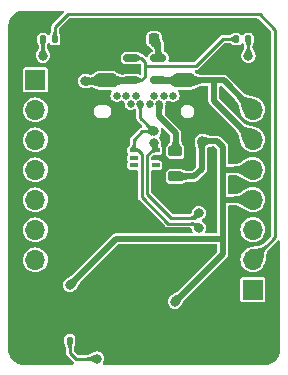
<source format=gbr>
%TF.GenerationSoftware,KiCad,Pcbnew,8.0.7*%
%TF.CreationDate,2024-12-10T14:46:16+07:00*%
%TF.ProjectId,CH551G_DEVKIT_V0,43483535-3147-45f4-9445-564b49545f56,rev?*%
%TF.SameCoordinates,Original*%
%TF.FileFunction,Copper,L2,Bot*%
%TF.FilePolarity,Positive*%
%FSLAX46Y46*%
G04 Gerber Fmt 4.6, Leading zero omitted, Abs format (unit mm)*
G04 Created by KiCad (PCBNEW 8.0.7) date 2024-12-10 14:46:16*
%MOMM*%
%LPD*%
G01*
G04 APERTURE LIST*
G04 Aperture macros list*
%AMRoundRect*
0 Rectangle with rounded corners*
0 $1 Rounding radius*
0 $2 $3 $4 $5 $6 $7 $8 $9 X,Y pos of 4 corners*
0 Add a 4 corners polygon primitive as box body*
4,1,4,$2,$3,$4,$5,$6,$7,$8,$9,$2,$3,0*
0 Add four circle primitives for the rounded corners*
1,1,$1+$1,$2,$3*
1,1,$1+$1,$4,$5*
1,1,$1+$1,$6,$7*
1,1,$1+$1,$8,$9*
0 Add four rect primitives between the rounded corners*
20,1,$1+$1,$2,$3,$4,$5,0*
20,1,$1+$1,$4,$5,$6,$7,0*
20,1,$1+$1,$6,$7,$8,$9,0*
20,1,$1+$1,$8,$9,$2,$3,0*%
G04 Aperture macros list end*
%TA.AperFunction,ComponentPad*%
%ADD10C,0.650000*%
%TD*%
%TA.AperFunction,ComponentPad*%
%ADD11O,0.800000X1.400000*%
%TD*%
%TA.AperFunction,ComponentPad*%
%ADD12R,1.700000X1.700000*%
%TD*%
%TA.AperFunction,ComponentPad*%
%ADD13O,1.700000X1.700000*%
%TD*%
%TA.AperFunction,SMDPad,CuDef*%
%ADD14RoundRect,0.135000X-0.135000X-0.185000X0.135000X-0.185000X0.135000X0.185000X-0.135000X0.185000X0*%
%TD*%
%TA.AperFunction,SMDPad,CuDef*%
%ADD15RoundRect,0.250000X0.650000X-0.325000X0.650000X0.325000X-0.650000X0.325000X-0.650000X-0.325000X0*%
%TD*%
%TA.AperFunction,SMDPad,CuDef*%
%ADD16RoundRect,0.100000X0.225000X0.100000X-0.225000X0.100000X-0.225000X-0.100000X0.225000X-0.100000X0*%
%TD*%
%TA.AperFunction,SMDPad,CuDef*%
%ADD17RoundRect,0.225000X0.225000X0.250000X-0.225000X0.250000X-0.225000X-0.250000X0.225000X-0.250000X0*%
%TD*%
%TA.AperFunction,SMDPad,CuDef*%
%ADD18RoundRect,0.218750X-0.381250X0.218750X-0.381250X-0.218750X0.381250X-0.218750X0.381250X0.218750X0*%
%TD*%
%TA.AperFunction,SMDPad,CuDef*%
%ADD19RoundRect,0.150000X-0.512500X-0.150000X0.512500X-0.150000X0.512500X0.150000X-0.512500X0.150000X0*%
%TD*%
%TA.AperFunction,SMDPad,CuDef*%
%ADD20RoundRect,0.135000X0.135000X0.185000X-0.135000X0.185000X-0.135000X-0.185000X0.135000X-0.185000X0*%
%TD*%
%TA.AperFunction,ViaPad*%
%ADD21C,0.800000*%
%TD*%
%TA.AperFunction,Conductor*%
%ADD22C,0.254000*%
%TD*%
%TA.AperFunction,Conductor*%
%ADD23C,0.508000*%
%TD*%
G04 APERTURE END LIST*
D10*
%TO.P,J1,B1,GND*%
%TO.N,GND*%
X191397000Y-84304200D03*
%TO.P,J1,B2,TX2+*%
%TO.N,unconnected-(J1-TX2+-PadB2)*%
X191797000Y-83604200D03*
%TO.P,J1,B3,TX2-*%
%TO.N,unconnected-(J1-TX2--PadB3)*%
X192597000Y-83604200D03*
%TO.P,J1,B4,VBUS*%
%TO.N,Net-(FB1-Pad1)*%
X192997000Y-84304200D03*
%TO.P,J1,B5,CC2*%
%TO.N,unconnected-(J1-CC2-PadB5)*%
X193397000Y-83604200D03*
%TO.P,J1,B6,D+*%
%TO.N,/UD_P*%
X193797000Y-84304200D03*
%TO.P,J1,B7,D-*%
%TO.N,/UD_N*%
X194597000Y-84304200D03*
%TO.P,J1,B8,SBU2*%
%TO.N,unconnected-(J1-SBU2-PadB8)*%
X194997000Y-83604200D03*
%TO.P,J1,B9,VBUS*%
%TO.N,Net-(FB1-Pad1)*%
X195397000Y-84304200D03*
%TO.P,J1,B10,RX1-*%
%TO.N,unconnected-(J1-RX1--PadB10)*%
X195797000Y-83604200D03*
%TO.P,J1,B11,RX1+*%
%TO.N,unconnected-(J1-RX1+-PadB11)*%
X196597000Y-83604200D03*
%TO.P,J1,B12,GND*%
%TO.N,GND*%
X196997000Y-84304200D03*
D11*
%TO.P,J1,S1,SHIELD*%
X198687000Y-77754200D03*
X198327000Y-83704200D03*
X190067000Y-83704200D03*
X189707000Y-77754200D03*
%TD*%
D12*
%TO.P,J2,1,Pin_1*%
%TO.N,/P3.2*%
X184912000Y-82275200D03*
D13*
%TO.P,J2,2,Pin_2*%
%TO.N,/P1.2*%
X184912000Y-84815200D03*
%TO.P,J2,3,Pin_3*%
%TO.N,/P1.5*%
X184912000Y-87355200D03*
%TO.P,J2,4,Pin_4*%
%TO.N,/P1.6*%
X184912000Y-89895200D03*
%TO.P,J2,5,Pin_5*%
%TO.N,/P1.7*%
X184912000Y-92435200D03*
%TO.P,J2,6,Pin_6*%
%TO.N,/P3.1*%
X184912000Y-94975200D03*
%TO.P,J2,7,Pin_7*%
%TO.N,/P3.0*%
X184912000Y-97515200D03*
%TO.P,J2,8,Pin_8*%
%TO.N,GND*%
X184912000Y-100055200D03*
%TD*%
D12*
%TO.P,J3,1,Pin_1*%
%TO.N,/P1.1*%
X203327000Y-100025200D03*
D13*
%TO.P,J3,2,Pin_2*%
%TO.N,/P3.3*%
X203327000Y-97485200D03*
%TO.P,J3,3,Pin_3*%
%TO.N,/P3.4*%
X203327000Y-94945200D03*
%TO.P,J3,4,Pin_4*%
%TO.N,+5V*%
X203327000Y-92405200D03*
%TO.P,J3,5,Pin_5*%
X203327000Y-89865200D03*
%TO.P,J3,6,Pin_6*%
%TO.N,+3V3*%
X203327000Y-87325200D03*
%TO.P,J3,7,Pin_7*%
X203327000Y-84785200D03*
%TO.P,J3,8,Pin_8*%
%TO.N,GND*%
X203327000Y-82245200D03*
%TD*%
D14*
%TO.P,R2,1*%
%TO.N,Net-(D2-A)*%
X185545000Y-78816200D03*
%TO.P,R2,2*%
%TO.N,/P3.3*%
X186565000Y-78816200D03*
%TD*%
D15*
%TO.P,C7,1*%
%TO.N,+3V3*%
X197485000Y-82323200D03*
%TO.P,C7,2*%
%TO.N,GND*%
X197485000Y-79373200D03*
%TD*%
D16*
%TO.P,U1,1*%
%TO.N,/UD_N*%
X195133000Y-88199200D03*
%TO.P,U1,2*%
%TO.N,GND*%
X195133000Y-88849200D03*
%TO.P,U1,3*%
%TO.N,unconnected-(U1-Pad3)*%
X195133000Y-89499200D03*
%TO.P,U1,4*%
%TO.N,unconnected-(U1-Pad4)*%
X193233000Y-89499200D03*
%TO.P,U1,5*%
%TO.N,unconnected-(U1-Pad5)*%
X193233000Y-88849200D03*
%TO.P,U1,6*%
%TO.N,/UD_P*%
X193233000Y-88199200D03*
%TD*%
D17*
%TO.P,C8,1*%
%TO.N,Net-(U3-BP)*%
X194958000Y-78816200D03*
%TO.P,C8,2*%
%TO.N,GND*%
X193408000Y-78816200D03*
%TD*%
D18*
%TO.P,FB1,1*%
%TO.N,Net-(FB1-Pad1)*%
X196773800Y-88320100D03*
%TO.P,FB1,2*%
%TO.N,+5V*%
X196773800Y-90445100D03*
%TD*%
D19*
%TO.P,U3,1,VIN*%
%TO.N,+5V*%
X193045500Y-82306200D03*
%TO.P,U3,2,GND*%
%TO.N,GND*%
X193045500Y-81356200D03*
%TO.P,U3,3,EN*%
%TO.N,+5V*%
X193045500Y-80406200D03*
%TO.P,U3,4,BP*%
%TO.N,Net-(U3-BP)*%
X195320500Y-80406200D03*
%TO.P,U3,5,VOUT*%
%TO.N,+3V3*%
X195320500Y-82306200D03*
%TD*%
D20*
%TO.P,R1,1*%
%TO.N,Net-(D1-A)*%
X202948000Y-78816200D03*
%TO.P,R1,2*%
%TO.N,+5V*%
X201928000Y-78816200D03*
%TD*%
D14*
%TO.P,R4,1*%
%TO.N,GND*%
X186815000Y-104343200D03*
%TO.P,R4,2*%
%TO.N,/RST*%
X187835000Y-104343200D03*
%TD*%
D15*
%TO.P,C6,1*%
%TO.N,+5V*%
X190881000Y-82323200D03*
%TO.P,C6,2*%
%TO.N,GND*%
X190881000Y-79373200D03*
%TD*%
D21*
%TO.N,+5V*%
X189103000Y-82372200D03*
X196723000Y-101041200D03*
X187833000Y-99644200D03*
X199009000Y-87452200D03*
%TO.N,Net-(D1-A)*%
X202946000Y-80213200D03*
%TO.N,Net-(D2-A)*%
X185547000Y-80213200D03*
%TO.N,/UD_N*%
X194924468Y-87629786D03*
X198755000Y-93548200D03*
%TO.N,/UD_P*%
X198755000Y-94818200D03*
X194945000Y-86629997D03*
%TO.N,/RST*%
X190119000Y-105867200D03*
X190119000Y-105867200D03*
%TD*%
D22*
%TO.N,GND*%
X189707000Y-77754200D02*
X189753000Y-77800200D01*
X186055000Y-104343200D02*
X184912000Y-103200200D01*
X196441632Y-89357200D02*
X197358000Y-89357200D01*
X184912000Y-100055200D02*
X183134000Y-98277200D01*
X189753000Y-77800200D02*
X191389000Y-77800200D01*
X195133000Y-88849200D02*
X195933632Y-88849200D01*
X191389000Y-77800200D02*
X193421000Y-77800200D01*
X184912000Y-103200200D02*
X184912000Y-100055200D01*
X197612000Y-89103200D02*
X197612000Y-85761978D01*
X187706000Y-80213200D02*
X187706000Y-78943200D01*
X188895000Y-77754200D02*
X189707000Y-77754200D01*
X196977000Y-77800200D02*
X197485000Y-78308200D01*
X197612000Y-85761978D02*
X196997000Y-85146978D01*
X183134000Y-98277200D02*
X183134000Y-81610200D01*
X183769000Y-80975200D02*
X186944000Y-80975200D01*
X195933632Y-88849200D02*
X196441632Y-89357200D01*
X183134000Y-81610200D02*
X183769000Y-80975200D01*
X190881000Y-77800200D02*
X191389000Y-77800200D01*
X197358000Y-89357200D02*
X197612000Y-89103200D01*
X193421000Y-77800200D02*
X196977000Y-77800200D01*
X193045500Y-81356200D02*
X191643000Y-81356200D01*
X193408000Y-77813200D02*
X193421000Y-77800200D01*
X190881000Y-79373200D02*
X190881000Y-77800200D01*
X191643000Y-81356200D02*
X190881000Y-80594200D01*
X187706000Y-78943200D02*
X188895000Y-77754200D01*
X186944000Y-80975200D02*
X187706000Y-80213200D01*
X197485000Y-78308200D02*
X197485000Y-79373200D01*
X186815000Y-104343200D02*
X186055000Y-104343200D01*
X196997000Y-85146978D02*
X196997000Y-84304200D01*
X190881000Y-80594200D02*
X190881000Y-79373200D01*
X193408000Y-78816200D02*
X193408000Y-77813200D01*
%TO.N,+5V*%
X201928000Y-78816200D02*
X200787000Y-78816200D01*
D23*
X200787000Y-89865200D02*
X200787000Y-94818200D01*
X190832000Y-82372200D02*
X190881000Y-82323200D01*
X199009000Y-87452200D02*
X200304400Y-87452200D01*
D22*
X194183000Y-81102200D02*
X194183000Y-81991200D01*
X193868000Y-82306200D02*
X193045500Y-82306200D01*
X193868000Y-80406200D02*
X194183000Y-80721200D01*
D23*
X190881000Y-82323200D02*
X193028500Y-82323200D01*
X199009000Y-89810100D02*
X198374000Y-90445100D01*
X200787000Y-94818200D02*
X200787000Y-96977200D01*
X200787000Y-96977200D02*
X196723000Y-101041200D01*
X200304400Y-87452200D02*
X200787000Y-87934800D01*
D22*
X200787000Y-78816200D02*
X198501000Y-81102200D01*
D23*
X203327000Y-92405200D02*
X200787000Y-92405200D01*
X199009000Y-87452200D02*
X199009000Y-89810100D01*
X200787000Y-90500200D02*
X200787000Y-89865200D01*
X189103000Y-82372200D02*
X190832000Y-82372200D01*
X196773800Y-90445100D02*
X198374000Y-90445100D01*
D22*
X194183000Y-80721200D02*
X194183000Y-81102200D01*
D23*
X191770000Y-95707200D02*
X187833000Y-99644200D01*
D22*
X194183000Y-81991200D02*
X193868000Y-82306200D01*
D23*
X200787000Y-87934800D02*
X200787000Y-89865200D01*
X193028500Y-82323200D02*
X193045500Y-82306200D01*
X200787000Y-92405200D02*
X200787000Y-90500200D01*
D22*
X193045500Y-80406200D02*
X193868000Y-80406200D01*
D23*
X200787000Y-95707200D02*
X191770000Y-95707200D01*
D22*
X198501000Y-81102200D02*
X194183000Y-81102200D01*
D23*
X203327000Y-89865200D02*
X200787000Y-89865200D01*
%TO.N,+3V3*%
X203327000Y-87325200D02*
X200025000Y-84023200D01*
X197485000Y-82323200D02*
X200025000Y-82323200D01*
X195320500Y-82306200D02*
X197468000Y-82306200D01*
X197468000Y-82306200D02*
X197485000Y-82323200D01*
X200865000Y-82323200D02*
X203327000Y-84785200D01*
X200025000Y-82323200D02*
X200865000Y-82323200D01*
X200025000Y-84023200D02*
X200025000Y-82323200D01*
%TO.N,Net-(U3-BP)*%
X195320500Y-80406200D02*
X195320500Y-79178700D01*
X195320500Y-79178700D02*
X194958000Y-78816200D01*
D22*
%TO.N,Net-(D1-A)*%
X202946000Y-80213200D02*
X202946000Y-78818200D01*
X202946000Y-78818200D02*
X202948000Y-78816200D01*
%TO.N,Net-(D2-A)*%
X185545000Y-78816200D02*
X185545000Y-80211200D01*
X185545000Y-80211200D02*
X185547000Y-80213200D01*
D23*
%TO.N,Net-(FB1-Pad1)*%
X195397000Y-84304200D02*
X195397000Y-85364200D01*
X196803500Y-86770700D02*
X196803500Y-88341200D01*
X195397000Y-85364200D02*
X196803500Y-86770700D01*
D22*
%TO.N,/UD_N*%
X194924468Y-87629786D02*
X195133000Y-87838318D01*
X198372000Y-93931200D02*
X196370182Y-93931200D01*
X194385000Y-88665560D02*
X194851360Y-88199200D01*
X194385000Y-91946018D02*
X194385000Y-88665560D01*
X196370182Y-93931200D02*
X194385000Y-91946018D01*
X198755000Y-93548200D02*
X198372000Y-93931200D01*
X194851360Y-88199200D02*
X195133000Y-88199200D01*
X195133000Y-87838318D02*
X195133000Y-88199200D01*
X194597000Y-84304200D02*
X194437000Y-84464200D01*
%TO.N,/UD_P*%
X198372000Y-94435200D02*
X196161418Y-94435200D01*
X194945000Y-86629997D02*
X193797000Y-85481997D01*
X193243200Y-87350600D02*
X193243200Y-88189000D01*
X193797000Y-85481997D02*
X193797000Y-84304200D01*
X193931000Y-88521000D02*
X193609200Y-88199200D01*
X194945000Y-86629997D02*
X193963803Y-86629997D01*
X193609200Y-88199200D02*
X193233000Y-88199200D01*
X196161418Y-94435200D02*
X193931000Y-92204782D01*
X193963803Y-86629997D02*
X193243200Y-87350600D01*
X198755000Y-94818200D02*
X198372000Y-94435200D01*
X193243200Y-88189000D02*
X193233000Y-88199200D01*
X193931000Y-92204782D02*
X193931000Y-88521000D01*
X193797000Y-84304200D02*
X193929000Y-84436200D01*
%TO.N,/P3.3*%
X186565000Y-78816200D02*
X186565000Y-77798200D01*
X187636000Y-76727200D02*
X203905000Y-76727200D01*
X205232000Y-95580200D02*
X203327000Y-97485200D01*
X205232000Y-78054200D02*
X205232000Y-95580200D01*
X186565000Y-77798200D02*
X187636000Y-76727200D01*
X203905000Y-76727200D02*
X205232000Y-78054200D01*
%TO.N,/RST*%
X187835000Y-105361200D02*
X188341000Y-105867200D01*
X188341000Y-105867200D02*
X189357000Y-105867200D01*
X187835000Y-104343200D02*
X187835000Y-105361200D01*
X189357000Y-105867200D02*
X190119000Y-105867200D01*
%TD*%
%TA.AperFunction,Conductor*%
%TO.N,GND*%
G36*
X187259996Y-76422885D02*
G01*
X187305751Y-76475689D01*
X187315695Y-76544847D01*
X187286670Y-76608403D01*
X187280638Y-76614881D01*
X186300376Y-77595142D01*
X186300374Y-77595145D01*
X186256836Y-77670553D01*
X186234300Y-77754660D01*
X186234300Y-78161196D01*
X186229230Y-78196290D01*
X186225198Y-78209954D01*
X186224714Y-78211555D01*
X186212831Y-78249912D01*
X186212273Y-78251666D01*
X186200617Y-78287404D01*
X186199975Y-78289320D01*
X186188548Y-78322511D01*
X186187802Y-78324616D01*
X186176702Y-78355065D01*
X186175828Y-78357389D01*
X186165086Y-78385117D01*
X186164059Y-78387684D01*
X186162310Y-78391916D01*
X186118512Y-78446355D01*
X186052236Y-78468472D01*
X185984523Y-78451247D01*
X185960030Y-78432236D01*
X185877267Y-78349473D01*
X185769015Y-78298994D01*
X185769014Y-78298993D01*
X185719698Y-78292501D01*
X185719693Y-78292500D01*
X185719688Y-78292500D01*
X185370312Y-78292500D01*
X185370306Y-78292500D01*
X185370301Y-78292501D01*
X185320985Y-78298993D01*
X185320984Y-78298994D01*
X185212732Y-78349473D01*
X185128273Y-78433932D01*
X185077794Y-78542184D01*
X185077793Y-78542185D01*
X185071301Y-78591501D01*
X185071300Y-78591518D01*
X185071300Y-79040881D01*
X185071301Y-79040898D01*
X185077793Y-79090213D01*
X185077794Y-79090215D01*
X185092154Y-79121012D01*
X185098918Y-79139063D01*
X185101995Y-79149734D01*
X185103986Y-79156641D01*
X185109451Y-79167215D01*
X185110713Y-79169657D01*
X185112476Y-79173208D01*
X185116217Y-79181051D01*
X185116222Y-79181062D01*
X185119731Y-79188420D01*
X185121436Y-79191994D01*
X185122892Y-79195161D01*
X185132585Y-79217048D01*
X185133807Y-79219903D01*
X185144061Y-79244717D01*
X185145086Y-79247280D01*
X185155828Y-79275008D01*
X185156702Y-79277332D01*
X185167802Y-79307781D01*
X185168548Y-79309886D01*
X185179975Y-79343077D01*
X185180617Y-79344993D01*
X185192265Y-79380707D01*
X185192823Y-79382461D01*
X185202322Y-79413122D01*
X185207804Y-79454032D01*
X185206736Y-79485432D01*
X185205909Y-79496122D01*
X185200671Y-79539382D01*
X185198285Y-79552829D01*
X185192484Y-79577528D01*
X185188110Y-79592080D01*
X185181860Y-79609028D01*
X185176457Y-79621521D01*
X185165743Y-79642977D01*
X185161559Y-79650664D01*
X185141263Y-79685010D01*
X185139934Y-79687207D01*
X185110232Y-79735174D01*
X185109271Y-79736740D01*
X185109208Y-79736845D01*
X185107816Y-79739171D01*
X185073444Y-79797512D01*
X185070969Y-79801831D01*
X185070719Y-79802281D01*
X185068238Y-79806866D01*
X185007811Y-79921961D01*
X185004748Y-79935335D01*
X184992064Y-79963516D01*
X184990723Y-79966561D01*
X184990611Y-79966822D01*
X184987958Y-79979595D01*
X184981112Y-80001824D01*
X184958840Y-80055597D01*
X184958839Y-80055599D01*
X184938091Y-80213198D01*
X184938091Y-80213201D01*
X184958838Y-80370795D01*
X184958840Y-80370800D01*
X185019667Y-80517652D01*
X185019668Y-80517654D01*
X185019669Y-80517655D01*
X185116436Y-80643764D01*
X185242545Y-80740531D01*
X185389403Y-80801361D01*
X185468201Y-80811735D01*
X185546999Y-80822109D01*
X185547000Y-80822109D01*
X185547001Y-80822109D01*
X185599532Y-80815193D01*
X185704597Y-80801361D01*
X185851455Y-80740531D01*
X185977564Y-80643764D01*
X186074331Y-80517655D01*
X186135161Y-80370797D01*
X186155909Y-80213200D01*
X186154585Y-80203147D01*
X186148100Y-80153886D01*
X186135161Y-80055603D01*
X186111943Y-79999550D01*
X186105705Y-79980086D01*
X186102729Y-79967242D01*
X186101811Y-79963278D01*
X186067932Y-79888232D01*
X186065170Y-79882359D01*
X186064846Y-79881697D01*
X186064812Y-79881631D01*
X186063856Y-79879752D01*
X186061827Y-79875768D01*
X186060379Y-79873034D01*
X186024911Y-79806059D01*
X186022152Y-79801017D01*
X186021916Y-79800601D01*
X186021915Y-79800599D01*
X186021877Y-79800532D01*
X186019332Y-79796152D01*
X185984940Y-79738579D01*
X185984708Y-79738190D01*
X185983897Y-79736848D01*
X185983528Y-79736236D01*
X185983513Y-79736211D01*
X185983465Y-79736132D01*
X185983395Y-79736018D01*
X185982284Y-79734230D01*
X185981852Y-79733534D01*
X185951489Y-79685401D01*
X185950272Y-79683429D01*
X185929349Y-79648807D01*
X185925105Y-79641191D01*
X185914172Y-79619841D01*
X185908591Y-79607268D01*
X185902362Y-79590833D01*
X185897786Y-79576028D01*
X185893144Y-79556828D01*
X185892014Y-79552155D01*
X185889500Y-79538388D01*
X185884203Y-79495929D01*
X185883327Y-79484945D01*
X185882244Y-79454004D01*
X185887720Y-79412976D01*
X185897215Y-79382327D01*
X185897728Y-79380718D01*
X185900324Y-79372760D01*
X185909381Y-79344989D01*
X185910023Y-79343073D01*
X185911116Y-79339900D01*
X185915741Y-79326462D01*
X185921457Y-79309861D01*
X185922165Y-79307858D01*
X185933323Y-79277253D01*
X185934154Y-79275047D01*
X185944914Y-79247271D01*
X185945936Y-79244717D01*
X185947692Y-79240467D01*
X185991496Y-79186034D01*
X186057775Y-79163924D01*
X186125486Y-79181157D01*
X186149967Y-79200161D01*
X186232733Y-79282927D01*
X186340984Y-79333405D01*
X186340985Y-79333406D01*
X186350484Y-79334656D01*
X186390312Y-79339900D01*
X186390319Y-79339900D01*
X186739681Y-79339900D01*
X186739688Y-79339900D01*
X186789014Y-79333406D01*
X186897267Y-79282927D01*
X186981727Y-79198467D01*
X187032206Y-79090214D01*
X187038700Y-79040888D01*
X187038700Y-78591512D01*
X187032206Y-78542186D01*
X187017842Y-78511382D01*
X187011076Y-78493323D01*
X187007637Y-78481393D01*
X187006013Y-78475759D01*
X187002016Y-78468026D01*
X186999278Y-78462728D01*
X186997525Y-78459201D01*
X186988537Y-78440353D01*
X186987131Y-78437294D01*
X186977400Y-78415324D01*
X186976225Y-78412577D01*
X186965883Y-78387551D01*
X186964929Y-78385167D01*
X186954160Y-78357368D01*
X186953310Y-78355105D01*
X186942188Y-78324599D01*
X186941467Y-78322564D01*
X186929988Y-78289221D01*
X186929411Y-78287503D01*
X186917706Y-78251613D01*
X186917170Y-78249923D01*
X186914883Y-78242542D01*
X186905284Y-78211555D01*
X186904835Y-78210074D01*
X186900765Y-78196279D01*
X186895700Y-78161200D01*
X186895700Y-77986542D01*
X186915385Y-77919503D01*
X186932019Y-77898861D01*
X187736661Y-77094219D01*
X187797984Y-77060734D01*
X187824342Y-77057900D01*
X203716658Y-77057900D01*
X203783697Y-77077585D01*
X203804339Y-77094219D01*
X204864981Y-78154861D01*
X204898466Y-78216184D01*
X204901300Y-78242542D01*
X204901300Y-95391857D01*
X204881615Y-95458896D01*
X204864981Y-95479538D01*
X204320717Y-96023801D01*
X204296526Y-96042633D01*
X204291255Y-96045774D01*
X204291245Y-96045781D01*
X204163325Y-96161149D01*
X204150738Y-96171103D01*
X204053597Y-96238181D01*
X204036604Y-96248025D01*
X203958692Y-96285258D01*
X203939851Y-96292445D01*
X203865415Y-96314091D01*
X203849945Y-96317535D01*
X203760764Y-96331479D01*
X203752871Y-96332454D01*
X203642502Y-96342520D01*
X203642109Y-96342537D01*
X203637615Y-96342965D01*
X203637174Y-96343006D01*
X203635506Y-96343158D01*
X203635146Y-96343200D01*
X203560733Y-96350279D01*
X203501433Y-96355921D01*
X203501404Y-96355924D01*
X203501395Y-96355925D01*
X203495834Y-96356529D01*
X203495189Y-96356608D01*
X203488885Y-96357480D01*
X203488854Y-96357484D01*
X203488845Y-96357486D01*
X203461163Y-96361746D01*
X203338606Y-96380610D01*
X203329376Y-96382245D01*
X203328340Y-96382453D01*
X203319186Y-96384502D01*
X203148903Y-96426678D01*
X203138605Y-96429510D01*
X203137492Y-96429846D01*
X203127568Y-96433124D01*
X202942846Y-96499304D01*
X202938238Y-96501017D01*
X202931668Y-96503549D01*
X202931520Y-96503166D01*
X202922558Y-96506772D01*
X202921823Y-96506994D01*
X202921813Y-96506998D01*
X202738768Y-96604838D01*
X202738761Y-96604842D01*
X202578316Y-96736516D01*
X202446642Y-96896961D01*
X202446638Y-96896968D01*
X202348801Y-97080008D01*
X202348800Y-97080011D01*
X202348799Y-97080013D01*
X202348798Y-97080016D01*
X202339698Y-97110016D01*
X202288546Y-97278640D01*
X202268202Y-97485200D01*
X202288546Y-97691759D01*
X202297647Y-97721761D01*
X202348798Y-97890384D01*
X202348799Y-97890385D01*
X202348800Y-97890388D01*
X202348801Y-97890391D01*
X202446638Y-98073431D01*
X202446642Y-98073438D01*
X202578316Y-98233883D01*
X202738761Y-98365557D01*
X202738768Y-98365561D01*
X202921808Y-98463398D01*
X202921809Y-98463398D01*
X202921816Y-98463402D01*
X203120439Y-98523653D01*
X203120438Y-98523653D01*
X203138958Y-98525477D01*
X203327000Y-98543998D01*
X203533561Y-98523653D01*
X203732184Y-98463402D01*
X203915237Y-98365558D01*
X204075683Y-98233883D01*
X204207358Y-98073437D01*
X204305202Y-97890384D01*
X204306585Y-97885821D01*
X204312253Y-97871139D01*
X204312904Y-97869319D01*
X204312907Y-97869316D01*
X204379073Y-97684626D01*
X204382348Y-97674710D01*
X204382691Y-97673577D01*
X204385523Y-97663280D01*
X204427692Y-97493021D01*
X204429745Y-97483853D01*
X204429952Y-97482820D01*
X204431591Y-97473563D01*
X204454706Y-97323385D01*
X204455561Y-97317219D01*
X204455644Y-97316547D01*
X204456280Y-97310728D01*
X204469163Y-97175300D01*
X204469162Y-97175299D01*
X204469210Y-97174802D01*
X204469230Y-97174597D01*
X204469257Y-97174308D01*
X204473568Y-97128996D01*
X204473573Y-97126963D01*
X204479744Y-97059302D01*
X204480712Y-97051467D01*
X204494662Y-96962246D01*
X204498105Y-96946784D01*
X204503869Y-96926963D01*
X204519756Y-96872329D01*
X204526934Y-96853510D01*
X204564173Y-96775588D01*
X204574011Y-96758608D01*
X204589266Y-96736516D01*
X204641097Y-96661450D01*
X204651053Y-96648861D01*
X204663697Y-96634842D01*
X204766420Y-96520948D01*
X204770659Y-96514039D01*
X204788661Y-96491217D01*
X205401319Y-95878560D01*
X205462642Y-95845075D01*
X205532334Y-95850059D01*
X205588267Y-95891931D01*
X205612684Y-95957395D01*
X205613000Y-95966241D01*
X205613000Y-105293275D01*
X205611116Y-105314808D01*
X205586953Y-105451841D01*
X205581359Y-105472719D01*
X205512918Y-105660758D01*
X205503783Y-105680347D01*
X205403734Y-105853637D01*
X205391337Y-105871343D01*
X205262714Y-106024630D01*
X205247430Y-106039914D01*
X205094143Y-106168537D01*
X205076437Y-106180934D01*
X204903147Y-106280983D01*
X204883558Y-106290118D01*
X204695519Y-106358559D01*
X204674642Y-106364153D01*
X204655662Y-106367499D01*
X204622675Y-106373316D01*
X204601146Y-106375200D01*
X190741592Y-106375200D01*
X190674553Y-106355515D01*
X190628798Y-106302711D01*
X190618854Y-106233553D01*
X190643217Y-106175713D01*
X190646331Y-106171655D01*
X190707161Y-106024797D01*
X190727364Y-105871343D01*
X190727909Y-105867201D01*
X190727909Y-105867198D01*
X190707161Y-105709604D01*
X190707161Y-105709603D01*
X190646331Y-105562746D01*
X190646330Y-105562745D01*
X190646330Y-105562744D01*
X190549565Y-105436637D01*
X190549564Y-105436636D01*
X190423455Y-105339869D01*
X190423454Y-105339868D01*
X190423452Y-105339867D01*
X190276600Y-105279040D01*
X190276595Y-105279038D01*
X190119001Y-105258291D01*
X190118999Y-105258291D01*
X189961401Y-105279039D01*
X189905482Y-105302201D01*
X189885948Y-105308455D01*
X189879391Y-105309970D01*
X189869193Y-105312326D01*
X189794131Y-105346159D01*
X189788214Y-105348937D01*
X189787626Y-105349225D01*
X189781959Y-105352103D01*
X189712154Y-105388900D01*
X189707638Y-105391354D01*
X189707075Y-105391669D01*
X189704773Y-105392995D01*
X189702563Y-105394269D01*
X189702536Y-105394284D01*
X189702536Y-105394285D01*
X189644366Y-105428777D01*
X189642238Y-105430056D01*
X189641971Y-105430218D01*
X189640080Y-105431385D01*
X189592072Y-105461369D01*
X189589961Y-105462659D01*
X189555393Y-105483301D01*
X189547736Y-105487514D01*
X189526332Y-105498328D01*
X189513798Y-105503815D01*
X189497036Y-105510075D01*
X189482373Y-105514540D01*
X189458033Y-105520335D01*
X189444422Y-105522783D01*
X189401493Y-105528053D01*
X189390660Y-105528903D01*
X189323102Y-105531234D01*
X189317051Y-105532601D01*
X189313295Y-105533450D01*
X189285965Y-105536500D01*
X188529342Y-105536500D01*
X188462303Y-105516815D01*
X188441661Y-105500181D01*
X188202019Y-105260539D01*
X188168534Y-105199216D01*
X188165700Y-105172858D01*
X188165700Y-104998199D01*
X188170766Y-104963117D01*
X188170770Y-104963105D01*
X188174831Y-104949337D01*
X188175296Y-104947802D01*
X188187191Y-104909404D01*
X188187728Y-104907718D01*
X188199381Y-104871989D01*
X188200023Y-104870073D01*
X188211457Y-104836861D01*
X188212165Y-104834858D01*
X188223323Y-104804253D01*
X188224154Y-104802047D01*
X188234914Y-104774271D01*
X188235940Y-104771707D01*
X188246169Y-104746953D01*
X188247392Y-104744095D01*
X188257137Y-104722092D01*
X188258575Y-104718963D01*
X188267545Y-104700154D01*
X188269259Y-104696703D01*
X188276011Y-104683644D01*
X188290586Y-104643303D01*
X188294816Y-104633059D01*
X188302206Y-104617214D01*
X188308700Y-104567888D01*
X188308700Y-104118512D01*
X188302206Y-104069186D01*
X188251727Y-103960933D01*
X188167267Y-103876473D01*
X188059015Y-103825994D01*
X188059014Y-103825993D01*
X188009698Y-103819501D01*
X188009693Y-103819500D01*
X188009688Y-103819500D01*
X187660312Y-103819500D01*
X187660306Y-103819500D01*
X187660301Y-103819501D01*
X187610985Y-103825993D01*
X187610984Y-103825994D01*
X187502732Y-103876473D01*
X187418273Y-103960932D01*
X187367794Y-104069184D01*
X187367793Y-104069185D01*
X187361301Y-104118501D01*
X187361300Y-104118518D01*
X187361300Y-104567881D01*
X187361301Y-104567898D01*
X187367793Y-104617213D01*
X187367794Y-104617215D01*
X187382154Y-104648012D01*
X187388918Y-104666063D01*
X187393986Y-104683641D01*
X187393988Y-104683644D01*
X187400713Y-104696657D01*
X187402480Y-104700215D01*
X187405725Y-104707020D01*
X187405732Y-104707034D01*
X187411436Y-104718994D01*
X187412892Y-104722161D01*
X187422585Y-104744048D01*
X187423807Y-104746903D01*
X187434061Y-104771717D01*
X187435086Y-104774280D01*
X187445828Y-104802008D01*
X187446702Y-104804332D01*
X187457802Y-104834781D01*
X187458548Y-104836886D01*
X187469975Y-104870077D01*
X187470617Y-104871993D01*
X187482265Y-104907707D01*
X187482824Y-104909463D01*
X187494710Y-104947832D01*
X187495192Y-104949426D01*
X187499229Y-104963105D01*
X187504300Y-104998204D01*
X187504300Y-105404739D01*
X187510741Y-105428777D01*
X187526836Y-105488846D01*
X187570374Y-105564255D01*
X187570376Y-105564257D01*
X187639010Y-105632891D01*
X187639016Y-105632896D01*
X188072033Y-106065913D01*
X188072043Y-106065924D01*
X188076373Y-106070254D01*
X188076374Y-106070255D01*
X188137945Y-106131826D01*
X188152491Y-106140224D01*
X188158708Y-106143814D01*
X188206923Y-106194382D01*
X188220144Y-106262989D01*
X188194175Y-106327853D01*
X188137260Y-106368381D01*
X188096706Y-106375200D01*
X183650854Y-106375200D01*
X183629324Y-106373316D01*
X183577357Y-106364153D01*
X183556480Y-106358559D01*
X183368441Y-106290118D01*
X183348852Y-106280983D01*
X183175562Y-106180934D01*
X183157861Y-106168540D01*
X183004568Y-106039913D01*
X182989285Y-106024630D01*
X182860657Y-105871336D01*
X182848265Y-105853637D01*
X182765108Y-105709604D01*
X182748214Y-105680343D01*
X182739081Y-105660758D01*
X182728938Y-105632891D01*
X182670639Y-105472716D01*
X182665047Y-105451844D01*
X182630063Y-105253443D01*
X182628209Y-105234615D01*
X182626029Y-105134530D01*
X182626000Y-105131830D01*
X182626000Y-99644198D01*
X187224091Y-99644198D01*
X187224091Y-99644201D01*
X187244838Y-99801795D01*
X187244840Y-99801800D01*
X187305667Y-99948652D01*
X187305668Y-99948654D01*
X187305669Y-99948655D01*
X187402436Y-100074764D01*
X187528545Y-100171531D01*
X187675403Y-100232361D01*
X187754201Y-100242735D01*
X187832999Y-100253109D01*
X187833000Y-100253109D01*
X187833001Y-100253109D01*
X187885532Y-100246193D01*
X187990597Y-100232361D01*
X188137455Y-100171531D01*
X188263564Y-100074764D01*
X188263565Y-100074763D01*
X188266298Y-100072029D01*
X188273049Y-100064791D01*
X188272879Y-100064633D01*
X188277024Y-100060168D01*
X188277026Y-100060167D01*
X188343491Y-99988580D01*
X188349343Y-99982004D01*
X188349992Y-99981243D01*
X188355705Y-99974244D01*
X188355724Y-99974221D01*
X188410897Y-99903545D01*
X188410901Y-99903539D01*
X188410921Y-99903514D01*
X188416748Y-99895678D01*
X188417371Y-99894798D01*
X188422671Y-99886940D01*
X188463558Y-99823238D01*
X188468020Y-99815962D01*
X188468506Y-99815132D01*
X188472705Y-99807609D01*
X188504186Y-99748366D01*
X188506557Y-99743767D01*
X188506816Y-99743249D01*
X188509067Y-99738605D01*
X188535984Y-99681269D01*
X188535983Y-99681268D01*
X188552622Y-99645826D01*
X188552623Y-99645821D01*
X188559532Y-99631106D01*
X188562246Y-99625677D01*
X188583842Y-99585035D01*
X188588965Y-99576283D01*
X188614739Y-99536127D01*
X188621318Y-99526847D01*
X188659007Y-99478567D01*
X188665847Y-99470538D01*
X188723558Y-99408385D01*
X188728758Y-99400112D01*
X188746050Y-99378434D01*
X191923266Y-96201219D01*
X191984589Y-96167734D01*
X192010947Y-96164900D01*
X200205300Y-96164900D01*
X200272339Y-96184585D01*
X200318094Y-96237389D01*
X200329300Y-96288900D01*
X200329300Y-96736251D01*
X200309615Y-96803290D01*
X200292981Y-96823932D01*
X196988510Y-100128402D01*
X196965851Y-100146306D01*
X196958818Y-100150636D01*
X196958816Y-100150638D01*
X196896666Y-100208342D01*
X196888599Y-100215213D01*
X196866634Y-100232361D01*
X196840387Y-100252850D01*
X196831062Y-100259461D01*
X196790916Y-100285228D01*
X196782125Y-100290373D01*
X196741554Y-100311932D01*
X196736062Y-100314678D01*
X196685932Y-100338212D01*
X196685931Y-100338213D01*
X196628532Y-100365158D01*
X196623917Y-100367395D01*
X196623462Y-100367623D01*
X196618865Y-100369992D01*
X196559589Y-100401491D01*
X196552174Y-100405627D01*
X196551378Y-100406092D01*
X196547823Y-100408271D01*
X196543963Y-100410638D01*
X196543949Y-100410647D01*
X196480234Y-100451543D01*
X196472334Y-100456871D01*
X196471502Y-100457461D01*
X196463704Y-100463261D01*
X196420515Y-100496976D01*
X196392936Y-100518506D01*
X196385864Y-100524280D01*
X196385853Y-100524289D01*
X196385140Y-100524897D01*
X196378631Y-100530692D01*
X196307044Y-100597160D01*
X196303892Y-100600147D01*
X196300457Y-100603468D01*
X196294256Y-100608814D01*
X196292436Y-100610634D01*
X196195669Y-100736744D01*
X196134839Y-100883602D01*
X196134838Y-100883604D01*
X196114091Y-101041198D01*
X196114091Y-101041201D01*
X196134838Y-101198795D01*
X196134840Y-101198800D01*
X196195667Y-101345652D01*
X196195668Y-101345654D01*
X196195669Y-101345655D01*
X196292436Y-101471764D01*
X196418545Y-101568531D01*
X196565403Y-101629361D01*
X196644201Y-101639735D01*
X196722999Y-101650109D01*
X196723000Y-101650109D01*
X196723001Y-101650109D01*
X196775532Y-101643193D01*
X196880597Y-101629361D01*
X197027455Y-101568531D01*
X197153564Y-101471764D01*
X197153565Y-101471763D01*
X197156298Y-101469029D01*
X197163049Y-101461791D01*
X197162879Y-101461633D01*
X197167024Y-101457168D01*
X197167026Y-101457167D01*
X197233491Y-101385580D01*
X197239343Y-101379004D01*
X197239992Y-101378243D01*
X197245705Y-101371244D01*
X197245724Y-101371221D01*
X197300897Y-101300545D01*
X197300901Y-101300539D01*
X197300921Y-101300514D01*
X197306748Y-101292678D01*
X197307371Y-101291798D01*
X197312671Y-101283940D01*
X197353558Y-101220238D01*
X197358020Y-101212962D01*
X197358506Y-101212132D01*
X197362705Y-101204609D01*
X197394186Y-101145366D01*
X197396557Y-101140767D01*
X197396816Y-101140249D01*
X197399067Y-101135605D01*
X197425984Y-101078269D01*
X197425983Y-101078268D01*
X197442622Y-101042826D01*
X197442623Y-101042821D01*
X197449532Y-101028106D01*
X197452246Y-101022677D01*
X197473842Y-100982035D01*
X197478965Y-100973283D01*
X197504739Y-100933127D01*
X197511318Y-100923847D01*
X197533629Y-100895266D01*
X202273299Y-100895266D01*
X202285117Y-100954676D01*
X202285118Y-100954679D01*
X202285119Y-100954680D01*
X202330140Y-101022060D01*
X202397520Y-101067081D01*
X202397523Y-101067082D01*
X202456933Y-101078900D01*
X202456936Y-101078900D01*
X204197066Y-101078900D01*
X204256476Y-101067082D01*
X204256477Y-101067081D01*
X204256480Y-101067081D01*
X204323860Y-101022060D01*
X204368881Y-100954680D01*
X204380700Y-100895264D01*
X204380700Y-99155136D01*
X204380700Y-99155133D01*
X204368882Y-99095723D01*
X204368881Y-99095720D01*
X204323860Y-99028340D01*
X204256480Y-98983319D01*
X204256479Y-98983318D01*
X204256476Y-98983317D01*
X204197066Y-98971500D01*
X204197064Y-98971500D01*
X202456936Y-98971500D01*
X202456934Y-98971500D01*
X202397523Y-98983317D01*
X202397520Y-98983318D01*
X202330140Y-99028340D01*
X202285118Y-99095720D01*
X202285117Y-99095723D01*
X202273300Y-99155133D01*
X202273300Y-99155136D01*
X202273300Y-100895264D01*
X202273300Y-100895266D01*
X202273299Y-100895266D01*
X197533629Y-100895266D01*
X197549007Y-100875567D01*
X197555847Y-100867538D01*
X197613558Y-100805385D01*
X197618758Y-100797112D01*
X197636050Y-100775434D01*
X201153251Y-97258235D01*
X201213508Y-97153866D01*
X201244700Y-97037457D01*
X201244700Y-96916942D01*
X201244700Y-94945200D01*
X202268202Y-94945200D01*
X202288546Y-95151759D01*
X202297647Y-95181761D01*
X202348798Y-95350384D01*
X202348799Y-95350387D01*
X202348800Y-95350388D01*
X202348801Y-95350391D01*
X202446638Y-95533431D01*
X202446642Y-95533438D01*
X202578316Y-95693883D01*
X202738761Y-95825557D01*
X202738768Y-95825561D01*
X202921808Y-95923398D01*
X202921809Y-95923398D01*
X202921816Y-95923402D01*
X203120439Y-95983653D01*
X203120438Y-95983653D01*
X203138958Y-95985477D01*
X203327000Y-96003998D01*
X203533561Y-95983653D01*
X203732184Y-95923402D01*
X203915237Y-95825558D01*
X204075683Y-95693883D01*
X204207358Y-95533437D01*
X204305202Y-95350384D01*
X204365453Y-95151761D01*
X204385798Y-94945200D01*
X204365453Y-94738639D01*
X204305202Y-94540016D01*
X204305198Y-94540008D01*
X204207361Y-94356968D01*
X204207357Y-94356961D01*
X204075683Y-94196516D01*
X203915238Y-94064842D01*
X203915231Y-94064838D01*
X203732191Y-93967001D01*
X203732188Y-93967000D01*
X203732187Y-93966999D01*
X203732184Y-93966998D01*
X203533561Y-93906747D01*
X203533559Y-93906746D01*
X203533561Y-93906746D01*
X203327000Y-93886402D01*
X203120440Y-93906746D01*
X203021541Y-93936747D01*
X202921816Y-93966998D01*
X202921813Y-93966999D01*
X202921811Y-93967000D01*
X202921808Y-93967001D01*
X202738768Y-94064838D01*
X202738761Y-94064842D01*
X202578316Y-94196516D01*
X202446642Y-94356961D01*
X202446638Y-94356968D01*
X202348801Y-94540008D01*
X202348800Y-94540011D01*
X202348799Y-94540013D01*
X202348798Y-94540016D01*
X202300321Y-94699825D01*
X202288547Y-94738639D01*
X202268202Y-94945200D01*
X201244700Y-94945200D01*
X201244700Y-94757943D01*
X201244700Y-92986900D01*
X201264385Y-92919861D01*
X201317189Y-92874106D01*
X201368700Y-92862900D01*
X201593934Y-92862900D01*
X201622536Y-92866243D01*
X201630670Y-92868172D01*
X201803206Y-92874462D01*
X201814593Y-92875405D01*
X201941476Y-92891850D01*
X201955681Y-92894543D01*
X202043936Y-92916684D01*
X202048720Y-92917885D01*
X202063864Y-92922736D01*
X202139445Y-92952411D01*
X202152122Y-92958231D01*
X202156206Y-92960392D01*
X202156210Y-92960395D01*
X202156211Y-92960395D01*
X202186664Y-92976510D01*
X202186664Y-92976511D01*
X202227524Y-92998134D01*
X202235016Y-93002441D01*
X202323236Y-93057332D01*
X202324961Y-93058426D01*
X202430397Y-93126565D01*
X202432650Y-93128000D01*
X202432919Y-93128169D01*
X202435479Y-93129752D01*
X202559323Y-93205089D01*
X202564313Y-93208030D01*
X202564870Y-93208348D01*
X202569807Y-93211079D01*
X202718802Y-93290881D01*
X202724869Y-93294004D01*
X202725563Y-93294347D01*
X202731884Y-93297341D01*
X202904569Y-93375602D01*
X202904619Y-93375624D01*
X202907521Y-93376912D01*
X202913768Y-93379622D01*
X202913567Y-93380083D01*
X202916140Y-93381165D01*
X202916181Y-93381068D01*
X202921808Y-93383397D01*
X202921816Y-93383402D01*
X203120439Y-93443653D01*
X203120438Y-93443653D01*
X203138958Y-93445477D01*
X203327000Y-93463998D01*
X203533561Y-93443653D01*
X203732184Y-93383402D01*
X203915237Y-93285558D01*
X204075683Y-93153883D01*
X204207358Y-92993437D01*
X204305202Y-92810384D01*
X204365453Y-92611761D01*
X204385798Y-92405200D01*
X204365453Y-92198639D01*
X204305202Y-92000016D01*
X204266610Y-91927815D01*
X204207361Y-91816968D01*
X204207357Y-91816961D01*
X204075683Y-91656516D01*
X203915238Y-91524842D01*
X203915231Y-91524838D01*
X203732191Y-91427001D01*
X203732188Y-91427000D01*
X203732187Y-91426999D01*
X203732184Y-91426998D01*
X203533561Y-91366747D01*
X203533559Y-91366746D01*
X203533561Y-91366746D01*
X203327000Y-91346402D01*
X203120440Y-91366746D01*
X202921816Y-91426997D01*
X202920807Y-91427537D01*
X202910079Y-91432187D01*
X202910121Y-91432280D01*
X202731851Y-91513070D01*
X202725479Y-91516090D01*
X202724768Y-91516442D01*
X202718794Y-91519518D01*
X202569844Y-91599297D01*
X202565008Y-91601968D01*
X202564538Y-91602236D01*
X202559339Y-91605297D01*
X202435470Y-91680650D01*
X202432639Y-91682403D01*
X202432495Y-91682494D01*
X202430449Y-91683799D01*
X202325085Y-91751889D01*
X202323292Y-91753026D01*
X202234997Y-91807965D01*
X202227489Y-91812281D01*
X202152121Y-91852167D01*
X202139437Y-91857991D01*
X202063867Y-91887661D01*
X202048723Y-91892511D01*
X202004592Y-91903582D01*
X202004591Y-91903581D01*
X202004581Y-91903585D01*
X201955680Y-91915852D01*
X201941447Y-91918550D01*
X201814616Y-91934988D01*
X201803197Y-91935935D01*
X201647175Y-91941625D01*
X201630667Y-91942227D01*
X201621071Y-91944410D01*
X201593565Y-91947500D01*
X201368700Y-91947500D01*
X201301661Y-91927815D01*
X201255906Y-91875011D01*
X201244700Y-91823500D01*
X201244700Y-90446900D01*
X201264385Y-90379861D01*
X201317189Y-90334106D01*
X201368700Y-90322900D01*
X201593934Y-90322900D01*
X201622536Y-90326243D01*
X201630670Y-90328172D01*
X201803206Y-90334462D01*
X201814593Y-90335405D01*
X201941476Y-90351850D01*
X201955681Y-90354543D01*
X202043936Y-90376684D01*
X202048720Y-90377885D01*
X202063864Y-90382736D01*
X202139445Y-90412411D01*
X202152122Y-90418231D01*
X202156206Y-90420392D01*
X202156210Y-90420395D01*
X202156211Y-90420395D01*
X202186664Y-90436510D01*
X202186664Y-90436511D01*
X202227524Y-90458134D01*
X202235016Y-90462441D01*
X202323236Y-90517332D01*
X202324961Y-90518426D01*
X202430397Y-90586565D01*
X202432650Y-90588000D01*
X202432919Y-90588169D01*
X202435479Y-90589752D01*
X202559323Y-90665089D01*
X202564313Y-90668030D01*
X202564870Y-90668348D01*
X202569807Y-90671079D01*
X202718802Y-90750881D01*
X202724869Y-90754004D01*
X202725563Y-90754347D01*
X202731884Y-90757341D01*
X202904569Y-90835602D01*
X202904619Y-90835624D01*
X202907521Y-90836912D01*
X202913768Y-90839622D01*
X202913567Y-90840083D01*
X202916140Y-90841165D01*
X202916181Y-90841068D01*
X202921808Y-90843397D01*
X202921816Y-90843402D01*
X203120439Y-90903653D01*
X203120438Y-90903653D01*
X203138958Y-90905477D01*
X203327000Y-90923998D01*
X203533561Y-90903653D01*
X203732184Y-90843402D01*
X203915237Y-90745558D01*
X204075683Y-90613883D01*
X204207358Y-90453437D01*
X204305202Y-90270384D01*
X204365453Y-90071761D01*
X204385798Y-89865200D01*
X204365453Y-89658639D01*
X204305202Y-89460016D01*
X204266610Y-89387815D01*
X204207361Y-89276968D01*
X204207357Y-89276961D01*
X204075683Y-89116516D01*
X203915238Y-88984842D01*
X203915231Y-88984838D01*
X203732191Y-88887001D01*
X203732188Y-88887000D01*
X203732187Y-88886999D01*
X203732184Y-88886998D01*
X203533561Y-88826747D01*
X203533559Y-88826746D01*
X203533561Y-88826746D01*
X203327000Y-88806402D01*
X203120440Y-88826746D01*
X202921816Y-88886997D01*
X202920807Y-88887537D01*
X202910079Y-88892187D01*
X202910121Y-88892280D01*
X202731851Y-88973070D01*
X202725479Y-88976090D01*
X202724768Y-88976442D01*
X202718794Y-88979518D01*
X202569844Y-89059297D01*
X202565008Y-89061968D01*
X202564538Y-89062236D01*
X202559339Y-89065297D01*
X202435470Y-89140650D01*
X202432639Y-89142403D01*
X202432495Y-89142494D01*
X202430449Y-89143799D01*
X202325085Y-89211889D01*
X202323292Y-89213026D01*
X202234997Y-89267965D01*
X202227489Y-89272281D01*
X202152121Y-89312167D01*
X202139437Y-89317991D01*
X202063867Y-89347661D01*
X202048723Y-89352511D01*
X202004592Y-89363582D01*
X202004591Y-89363581D01*
X202004581Y-89363585D01*
X201955680Y-89375852D01*
X201941447Y-89378550D01*
X201814616Y-89394988D01*
X201803197Y-89395935D01*
X201647175Y-89401625D01*
X201630667Y-89402227D01*
X201621071Y-89404410D01*
X201593565Y-89407500D01*
X201368700Y-89407500D01*
X201301661Y-89387815D01*
X201255906Y-89335011D01*
X201244700Y-89283500D01*
X201244700Y-87874544D01*
X201243478Y-87869985D01*
X201213508Y-87758135D01*
X201213507Y-87758134D01*
X201213507Y-87758132D01*
X201213505Y-87758129D01*
X201186106Y-87710673D01*
X201186104Y-87710671D01*
X201181294Y-87702339D01*
X201153251Y-87653765D01*
X201153249Y-87653763D01*
X201153248Y-87653761D01*
X201153247Y-87653760D01*
X200585436Y-87085950D01*
X200585428Y-87085944D01*
X200481072Y-87025695D01*
X200481067Y-87025692D01*
X200442263Y-87015294D01*
X200364658Y-86994500D01*
X200364657Y-86994500D01*
X200364656Y-86994500D01*
X199842195Y-86994500D01*
X199813513Y-86991137D01*
X199805472Y-86989225D01*
X199764422Y-86987702D01*
X199723374Y-86986180D01*
X199723372Y-86986180D01*
X199723364Y-86986177D01*
X199723352Y-86986179D01*
X199720695Y-86986080D01*
X199710141Y-86985234D01*
X199708478Y-86985029D01*
X199708447Y-86985024D01*
X199708447Y-86985025D01*
X199649436Y-86977756D01*
X199638168Y-86975837D01*
X199635495Y-86975254D01*
X199626460Y-86973283D01*
X199591584Y-86965675D01*
X199581728Y-86963097D01*
X199537785Y-86949650D01*
X199531971Y-86947712D01*
X199504553Y-86937813D01*
X199420304Y-86907393D01*
X199415538Y-86905738D01*
X199414995Y-86905557D01*
X199409917Y-86903932D01*
X199345794Y-86884311D01*
X199337502Y-86881958D01*
X199336635Y-86881731D01*
X199329712Y-86880072D01*
X199328282Y-86879729D01*
X199294705Y-86872405D01*
X199254280Y-86863587D01*
X199244816Y-86861752D01*
X199244803Y-86861749D01*
X199244799Y-86861749D01*
X199244605Y-86861716D01*
X199243743Y-86861569D01*
X199234311Y-86860187D01*
X199145190Y-86849208D01*
X199136254Y-86848303D01*
X199135276Y-86848225D01*
X199126488Y-86847713D01*
X199028797Y-86844090D01*
X199025085Y-86843985D01*
X199019254Y-86843870D01*
X199011576Y-86843291D01*
X199008999Y-86843291D01*
X198851403Y-86864039D01*
X198851402Y-86864039D01*
X198704544Y-86924869D01*
X198578436Y-87021636D01*
X198481669Y-87147744D01*
X198420839Y-87294602D01*
X198420839Y-87294603D01*
X198400091Y-87452198D01*
X198400091Y-87456033D01*
X198400437Y-87465958D01*
X198400665Y-87465950D01*
X198404513Y-87569688D01*
X198405026Y-87578478D01*
X198405103Y-87579454D01*
X198406008Y-87588390D01*
X198416987Y-87677511D01*
X198418370Y-87686947D01*
X198418549Y-87688002D01*
X198420388Y-87697481D01*
X198423266Y-87710673D01*
X198436262Y-87770253D01*
X198436530Y-87771479D01*
X198438502Y-87779718D01*
X198438743Y-87780639D01*
X198441103Y-87788971D01*
X198460734Y-87853119D01*
X198462298Y-87858018D01*
X198462461Y-87858508D01*
X198464177Y-87863455D01*
X198468181Y-87874544D01*
X198485702Y-87923072D01*
X198488054Y-87929585D01*
X198504511Y-87975168D01*
X198506451Y-87980991D01*
X198519896Y-88024927D01*
X198522475Y-88034784D01*
X198532637Y-88081368D01*
X198534556Y-88092636D01*
X198541825Y-88151647D01*
X198541829Y-88151678D01*
X198542034Y-88153341D01*
X198542881Y-88163915D01*
X198546024Y-88248669D01*
X198546025Y-88248674D01*
X198548196Y-88258192D01*
X198551300Y-88285761D01*
X198551300Y-89569152D01*
X198531615Y-89636191D01*
X198514981Y-89656833D01*
X198220733Y-89951081D01*
X198159410Y-89984566D01*
X198133052Y-89987400D01*
X197851819Y-89987400D01*
X197818594Y-89982866D01*
X197816102Y-89982173D01*
X197777566Y-89979279D01*
X197771694Y-89978697D01*
X197730075Y-89973571D01*
X197724304Y-89972722D01*
X197682350Y-89965538D01*
X197676718Y-89964439D01*
X197634382Y-89955155D01*
X197628912Y-89953825D01*
X197586042Y-89942362D01*
X197580781Y-89940829D01*
X197537397Y-89927143D01*
X197532362Y-89925435D01*
X197488340Y-89909432D01*
X197483507Y-89907559D01*
X197438928Y-89889210D01*
X197434332Y-89887209D01*
X197389066Y-89866400D01*
X197384721Y-89864299D01*
X197340436Y-89841813D01*
X197340423Y-89841808D01*
X197340422Y-89841807D01*
X197340421Y-89841807D01*
X197308354Y-89829551D01*
X197296331Y-89824209D01*
X197287222Y-89819568D01*
X197287220Y-89819567D01*
X197188303Y-89803900D01*
X197188298Y-89803900D01*
X196359302Y-89803900D01*
X196359297Y-89803900D01*
X196260382Y-89819566D01*
X196141143Y-89880321D01*
X196141139Y-89880324D01*
X196046524Y-89974939D01*
X196046521Y-89974943D01*
X196046520Y-89974945D01*
X195987319Y-90091135D01*
X195985766Y-90094182D01*
X195970100Y-90193096D01*
X195970100Y-90697103D01*
X195985766Y-90796017D01*
X195985767Y-90796020D01*
X195985768Y-90796022D01*
X196046520Y-90915255D01*
X196046521Y-90915256D01*
X196046524Y-90915260D01*
X196141139Y-91009875D01*
X196141143Y-91009878D01*
X196141145Y-91009880D01*
X196260378Y-91070632D01*
X196260380Y-91070632D01*
X196260382Y-91070633D01*
X196359297Y-91086300D01*
X196359302Y-91086300D01*
X197188303Y-91086300D01*
X197287216Y-91070633D01*
X197287216Y-91070632D01*
X197287222Y-91070632D01*
X197308212Y-91059936D01*
X197331028Y-91051026D01*
X197340417Y-91048393D01*
X197340417Y-91048392D01*
X197340420Y-91048392D01*
X197384728Y-91025892D01*
X197389020Y-91023817D01*
X197434385Y-91002964D01*
X197438887Y-91001004D01*
X197483581Y-90982608D01*
X197488323Y-90980772D01*
X197532356Y-90964764D01*
X197537374Y-90963061D01*
X197580798Y-90949362D01*
X197586052Y-90947831D01*
X197628945Y-90936362D01*
X197634302Y-90935060D01*
X197676763Y-90925747D01*
X197682318Y-90924664D01*
X197724348Y-90917467D01*
X197730051Y-90916628D01*
X197771729Y-90911496D01*
X197777561Y-90910918D01*
X197816098Y-90908026D01*
X197821106Y-90906734D01*
X197852092Y-90902800D01*
X198434256Y-90902800D01*
X198434258Y-90902800D01*
X198550666Y-90871608D01*
X198655035Y-90811351D01*
X199375251Y-90091134D01*
X199435508Y-89986765D01*
X199466700Y-89870357D01*
X199466700Y-89749842D01*
X199466700Y-88285390D01*
X199470063Y-88256708D01*
X199471973Y-88248674D01*
X199471975Y-88248666D01*
X199475117Y-88163915D01*
X199475961Y-88153359D01*
X199483443Y-88092625D01*
X199485353Y-88081405D01*
X199495531Y-88034747D01*
X199498083Y-88024983D01*
X199498400Y-88023947D01*
X199536814Y-87965591D01*
X199580696Y-87941616D01*
X199581731Y-87941300D01*
X199591552Y-87938730D01*
X199638201Y-87928554D01*
X199649425Y-87926643D01*
X199710167Y-87919160D01*
X199720716Y-87918316D01*
X199805468Y-87915174D01*
X199814991Y-87913002D01*
X199842556Y-87909900D01*
X200063452Y-87909900D01*
X200130491Y-87929585D01*
X200151133Y-87946219D01*
X200292981Y-88088067D01*
X200326466Y-88149390D01*
X200329300Y-88175748D01*
X200329300Y-95125500D01*
X200309615Y-95192539D01*
X200256811Y-95238294D01*
X200205300Y-95249500D01*
X199415369Y-95249500D01*
X199348330Y-95229815D01*
X199302575Y-95177011D01*
X199292631Y-95107853D01*
X199300808Y-95078048D01*
X199320690Y-95030048D01*
X199343161Y-94975797D01*
X199363909Y-94818200D01*
X199357789Y-94771717D01*
X199343161Y-94660604D01*
X199343161Y-94660603D01*
X199282331Y-94513746D01*
X199282330Y-94513745D01*
X199282330Y-94513744D01*
X199185565Y-94387637D01*
X199184684Y-94386961D01*
X199059455Y-94290869D01*
X199059451Y-94290867D01*
X199058969Y-94290589D01*
X199058641Y-94290245D01*
X199053007Y-94285922D01*
X199053681Y-94285043D01*
X199010752Y-94240023D01*
X198997527Y-94171417D01*
X199023493Y-94106551D01*
X199053237Y-94080777D01*
X199053007Y-94080478D01*
X199058039Y-94076616D01*
X199058969Y-94075811D01*
X199059445Y-94075534D01*
X199059455Y-94075531D01*
X199185564Y-93978764D01*
X199282331Y-93852655D01*
X199343161Y-93705797D01*
X199363909Y-93548200D01*
X199362649Y-93538633D01*
X199350077Y-93443135D01*
X199343161Y-93390603D01*
X199282331Y-93243746D01*
X199282330Y-93243745D01*
X199282330Y-93243744D01*
X199185565Y-93117637D01*
X199185564Y-93117636D01*
X199059455Y-93020869D01*
X199059454Y-93020868D01*
X199059452Y-93020867D01*
X198912600Y-92960040D01*
X198912595Y-92960038D01*
X198755001Y-92939291D01*
X198754999Y-92939291D01*
X198597404Y-92960038D01*
X198597402Y-92960039D01*
X198450544Y-93020869D01*
X198324436Y-93117636D01*
X198227667Y-93243748D01*
X198202827Y-93303715D01*
X198194632Y-93319999D01*
X198184805Y-93336397D01*
X198165267Y-93391020D01*
X198162671Y-93398756D01*
X198162387Y-93399661D01*
X198159972Y-93407950D01*
X198143186Y-93470375D01*
X198142034Y-93474859D01*
X198141905Y-93475383D01*
X198140820Y-93480043D01*
X198135708Y-93503215D01*
X198102042Y-93564440D01*
X198040620Y-93597743D01*
X198014620Y-93600500D01*
X196558524Y-93600500D01*
X196491485Y-93580815D01*
X196470843Y-93564181D01*
X194752019Y-91845357D01*
X194718534Y-91784034D01*
X194715700Y-91757676D01*
X194715700Y-90025068D01*
X194735385Y-89958029D01*
X194788189Y-89912274D01*
X194853997Y-89901895D01*
X194862655Y-89902900D01*
X195403344Y-89902899D01*
X195428737Y-89899954D01*
X195532605Y-89854092D01*
X195612892Y-89773805D01*
X195658754Y-89669937D01*
X195661700Y-89644545D01*
X195661699Y-89353856D01*
X195658754Y-89328463D01*
X195612892Y-89224595D01*
X195532605Y-89144308D01*
X195524320Y-89140650D01*
X195428738Y-89098446D01*
X195403345Y-89095500D01*
X194862662Y-89095500D01*
X194862639Y-89095502D01*
X194853985Y-89096506D01*
X194785124Y-89084676D01*
X194733591Y-89037495D01*
X194715700Y-88973332D01*
X194715700Y-88853902D01*
X194735385Y-88786863D01*
X194752014Y-88766224D01*
X194833281Y-88684957D01*
X194888315Y-88653014D01*
X194890139Y-88652517D01*
X194893044Y-88651763D01*
X194926389Y-88643548D01*
X194929385Y-88642850D01*
X194930938Y-88642508D01*
X194930939Y-88642509D01*
X194962698Y-88635523D01*
X194965596Y-88634923D01*
X194998808Y-88628499D01*
X195001775Y-88627965D01*
X195034836Y-88622443D01*
X195037933Y-88621967D01*
X195070855Y-88617339D01*
X195073972Y-88616943D01*
X195106803Y-88613198D01*
X195109963Y-88612879D01*
X195142679Y-88610011D01*
X195145831Y-88609776D01*
X195169756Y-88608316D01*
X195182137Y-88607188D01*
X195182692Y-88607120D01*
X195183418Y-88607033D01*
X195183610Y-88607009D01*
X195184134Y-88606945D01*
X195184137Y-88606943D01*
X195186780Y-88606311D01*
X195215669Y-88602899D01*
X195403338Y-88602899D01*
X195403344Y-88602899D01*
X195428737Y-88599954D01*
X195532605Y-88554092D01*
X195612892Y-88473805D01*
X195658754Y-88369937D01*
X195661700Y-88344545D01*
X195661699Y-88053856D01*
X195658754Y-88028463D01*
X195612892Y-87924595D01*
X195551570Y-87863273D01*
X195518085Y-87801950D01*
X195516312Y-87759407D01*
X195516480Y-87758135D01*
X195533377Y-87629786D01*
X195527932Y-87588430D01*
X195514016Y-87482726D01*
X195512629Y-87472189D01*
X195451799Y-87325332D01*
X195451798Y-87325331D01*
X195451798Y-87325330D01*
X195369943Y-87218654D01*
X195344749Y-87153485D01*
X195358788Y-87085040D01*
X195371580Y-87067750D01*
X195370616Y-87067010D01*
X195421880Y-87000201D01*
X195472331Y-86934452D01*
X195474630Y-86928903D01*
X195494071Y-86881967D01*
X195533161Y-86787594D01*
X195553909Y-86629997D01*
X195547263Y-86579519D01*
X195532100Y-86464342D01*
X195534347Y-86464046D01*
X195535729Y-86405935D01*
X195574891Y-86348072D01*
X195639119Y-86320567D01*
X195708021Y-86332153D01*
X195741523Y-86356009D01*
X196309481Y-86923967D01*
X196342966Y-86985290D01*
X196345800Y-87011648D01*
X196345800Y-87374376D01*
X196338870Y-87415248D01*
X196333431Y-87430827D01*
X196332776Y-87432658D01*
X196314794Y-87481680D01*
X196314044Y-87483672D01*
X196296294Y-87529607D01*
X196295431Y-87531779D01*
X196278035Y-87574391D01*
X196277037Y-87576764D01*
X196260034Y-87616062D01*
X196258869Y-87618673D01*
X196253120Y-87631162D01*
X196253089Y-87631230D01*
X196242368Y-87654522D01*
X196241009Y-87657378D01*
X196228356Y-87683118D01*
X196181116Y-87734597D01*
X196173371Y-87738898D01*
X196141146Y-87755318D01*
X196141144Y-87755320D01*
X196046524Y-87849939D01*
X196046521Y-87849943D01*
X195985766Y-87969182D01*
X195970100Y-88068096D01*
X195970100Y-88572103D01*
X195985766Y-88671017D01*
X195985767Y-88671020D01*
X195985768Y-88671022D01*
X196044792Y-88786863D01*
X196046521Y-88790256D01*
X196046524Y-88790260D01*
X196141139Y-88884875D01*
X196141143Y-88884878D01*
X196141145Y-88884880D01*
X196260378Y-88945632D01*
X196260380Y-88945632D01*
X196260382Y-88945633D01*
X196359297Y-88961300D01*
X196359302Y-88961300D01*
X197188303Y-88961300D01*
X197287217Y-88945633D01*
X197287217Y-88945632D01*
X197287222Y-88945632D01*
X197406455Y-88884880D01*
X197501080Y-88790255D01*
X197561832Y-88671022D01*
X197564884Y-88651754D01*
X197577500Y-88572103D01*
X197577500Y-88068096D01*
X197561833Y-87969182D01*
X197561832Y-87969180D01*
X197561832Y-87969178D01*
X197501080Y-87849945D01*
X197501078Y-87849943D01*
X197501075Y-87849939D01*
X197399555Y-87748419D01*
X197400464Y-87747509D01*
X197364971Y-87702339D01*
X197353037Y-87673267D01*
X197352017Y-87670700D01*
X197337708Y-87633505D01*
X197336841Y-87631185D01*
X197336334Y-87629784D01*
X197322093Y-87590437D01*
X197321391Y-87588440D01*
X197306389Y-87544543D01*
X197305751Y-87542624D01*
X197290483Y-87495448D01*
X197289958Y-87493788D01*
X197274460Y-87443374D01*
X197274036Y-87441960D01*
X197266191Y-87415151D01*
X197261200Y-87380326D01*
X197261200Y-86710444D01*
X197258819Y-86701557D01*
X197230008Y-86594035D01*
X197195889Y-86534939D01*
X197169751Y-86489665D01*
X197169749Y-86489663D01*
X197169748Y-86489661D01*
X195891019Y-85210932D01*
X195857534Y-85149609D01*
X195854700Y-85123251D01*
X195854700Y-84984456D01*
X195857656Y-84957544D01*
X195859903Y-84947437D01*
X195859904Y-84947427D01*
X195861051Y-84896110D01*
X195861443Y-84878596D01*
X195861451Y-84878434D01*
X197221500Y-84878434D01*
X197221500Y-85029965D01*
X197260719Y-85176336D01*
X197286151Y-85220384D01*
X197336485Y-85307565D01*
X197443635Y-85414715D01*
X197574865Y-85490481D01*
X197721234Y-85529700D01*
X197721236Y-85529700D01*
X197872764Y-85529700D01*
X197872766Y-85529700D01*
X198019135Y-85490481D01*
X198150365Y-85414715D01*
X198257515Y-85307565D01*
X198333281Y-85176335D01*
X198372500Y-85029966D01*
X198372500Y-84878434D01*
X198333281Y-84732065D01*
X198257515Y-84600835D01*
X198150365Y-84493685D01*
X198061222Y-84442218D01*
X198019136Y-84417919D01*
X197877677Y-84380016D01*
X197872766Y-84378700D01*
X197721234Y-84378700D01*
X197574863Y-84417919D01*
X197443635Y-84493685D01*
X197443632Y-84493687D01*
X197336487Y-84600832D01*
X197336485Y-84600835D01*
X197260719Y-84732063D01*
X197221500Y-84878434D01*
X195861451Y-84878434D01*
X195861747Y-84872261D01*
X195865834Y-84817026D01*
X195866529Y-84810221D01*
X195872206Y-84766660D01*
X195873164Y-84760519D01*
X195880400Y-84720727D01*
X195881131Y-84717030D01*
X195890582Y-84672862D01*
X195890583Y-84672855D01*
X195901052Y-84623913D01*
X195901683Y-84620853D01*
X195901753Y-84620500D01*
X195902371Y-84617250D01*
X195911942Y-84564626D01*
X195912805Y-84559521D01*
X195912896Y-84558939D01*
X195913652Y-84553664D01*
X195921525Y-84493240D01*
X195922203Y-84487390D01*
X195922269Y-84486741D01*
X195922771Y-84481023D01*
X195928120Y-84408715D01*
X195928446Y-84403377D01*
X195928475Y-84402776D01*
X195928666Y-84397389D01*
X195930381Y-84320797D01*
X195930415Y-84318895D01*
X195930418Y-84318669D01*
X195930416Y-84318663D01*
X195930454Y-84315871D01*
X195930262Y-84311463D01*
X195930262Y-84304203D01*
X195930262Y-84304200D01*
X195919842Y-84225053D01*
X195930607Y-84156021D01*
X195976987Y-84103765D01*
X195995329Y-84094310D01*
X196021528Y-84083458D01*
X196063631Y-84066018D01*
X196121514Y-84021603D01*
X196186683Y-83996409D01*
X196255128Y-84010447D01*
X196272486Y-84021603D01*
X196330368Y-84066017D01*
X196330371Y-84066019D01*
X196359505Y-84078086D01*
X196458982Y-84119292D01*
X196499134Y-84124578D01*
X196596999Y-84137462D01*
X196597000Y-84137462D01*
X196597001Y-84137462D01*
X196643006Y-84131405D01*
X196735018Y-84119292D01*
X196863631Y-84066018D01*
X196974073Y-83981273D01*
X197058818Y-83870831D01*
X197112092Y-83742218D01*
X197128899Y-83614552D01*
X197130262Y-83604201D01*
X197130262Y-83604198D01*
X197112092Y-83466183D01*
X197112092Y-83466182D01*
X197058818Y-83337569D01*
X197031052Y-83301383D01*
X197005859Y-83236216D01*
X197019897Y-83167772D01*
X197068711Y-83117782D01*
X197129426Y-83101899D01*
X198189652Y-83101899D01*
X198220301Y-83099026D01*
X198349395Y-83053854D01*
X198429442Y-82994774D01*
X198435834Y-82990361D01*
X198467141Y-82970163D01*
X198482955Y-82959959D01*
X198487985Y-82956881D01*
X198546819Y-82922813D01*
X198552254Y-82919849D01*
X198609774Y-82890337D01*
X198615705Y-82887493D01*
X198671974Y-82862338D01*
X198678366Y-82859693D01*
X198733440Y-82838709D01*
X198740287Y-82836329D01*
X198794224Y-82819338D01*
X198801475Y-82817295D01*
X198854388Y-82804120D01*
X198861987Y-82802481D01*
X198900474Y-82795440D01*
X198914062Y-82792954D01*
X198921969Y-82791768D01*
X198973898Y-82785697D01*
X198973911Y-82785693D01*
X198978986Y-82784665D01*
X198979062Y-82785041D01*
X199008058Y-82780900D01*
X199443300Y-82780900D01*
X199510339Y-82800585D01*
X199556094Y-82853389D01*
X199567300Y-82904900D01*
X199567300Y-83962942D01*
X199567300Y-84083458D01*
X199581771Y-84137462D01*
X199598492Y-84199867D01*
X199598495Y-84199872D01*
X199658744Y-84304228D01*
X199658750Y-84304236D01*
X201777894Y-86423380D01*
X201795751Y-86445964D01*
X201800141Y-86453082D01*
X201876238Y-86534938D01*
X201917683Y-86579519D01*
X201925088Y-86588262D01*
X201936971Y-86603685D01*
X202003158Y-86689585D01*
X202011314Y-86701557D01*
X202060596Y-86783846D01*
X202067875Y-86797985D01*
X202095686Y-86861752D01*
X202100333Y-86872405D01*
X202105184Y-86885493D01*
X202130272Y-86966986D01*
X202132529Y-86975344D01*
X202156102Y-87076561D01*
X202156567Y-87078636D01*
X202182922Y-87201287D01*
X202183398Y-87203443D01*
X202183489Y-87203849D01*
X202184238Y-87207040D01*
X202188114Y-87222954D01*
X202218565Y-87347993D01*
X202220062Y-87353778D01*
X202220227Y-87354380D01*
X202221739Y-87359626D01*
X202270670Y-87521423D01*
X202272825Y-87528138D01*
X202272829Y-87528149D01*
X202273083Y-87528896D01*
X202275348Y-87535226D01*
X202342128Y-87712704D01*
X202343333Y-87715828D01*
X202345798Y-87722069D01*
X202345339Y-87722250D01*
X202346375Y-87724798D01*
X202346468Y-87724760D01*
X202348797Y-87730383D01*
X202446638Y-87913431D01*
X202446642Y-87913438D01*
X202578316Y-88073883D01*
X202738761Y-88205557D01*
X202738768Y-88205561D01*
X202921808Y-88303398D01*
X202921809Y-88303398D01*
X202921816Y-88303402D01*
X203120439Y-88363653D01*
X203120438Y-88363653D01*
X203138958Y-88365477D01*
X203327000Y-88383998D01*
X203533561Y-88363653D01*
X203732184Y-88303402D01*
X203915237Y-88205558D01*
X204075683Y-88073883D01*
X204207358Y-87913437D01*
X204305202Y-87730384D01*
X204365453Y-87531761D01*
X204385798Y-87325200D01*
X204365453Y-87118639D01*
X204305202Y-86920016D01*
X204298453Y-86907389D01*
X204207361Y-86736968D01*
X204207357Y-86736961D01*
X204075683Y-86576516D01*
X203915238Y-86444842D01*
X203915231Y-86444838D01*
X203732183Y-86346997D01*
X203732181Y-86346996D01*
X203731091Y-86346666D01*
X203720208Y-86342366D01*
X203720173Y-86342462D01*
X203537026Y-86273548D01*
X203530695Y-86271282D01*
X203529947Y-86271028D01*
X203529938Y-86271025D01*
X203523224Y-86268871D01*
X203523200Y-86268863D01*
X203523179Y-86268857D01*
X203513222Y-86265846D01*
X203513220Y-86265845D01*
X203498556Y-86261410D01*
X203457821Y-86249090D01*
X203361405Y-86219932D01*
X203355985Y-86218374D01*
X203355968Y-86218369D01*
X203355382Y-86218209D01*
X203355385Y-86218209D01*
X203355342Y-86218198D01*
X203349836Y-86216776D01*
X203349828Y-86216774D01*
X203349793Y-86216765D01*
X203278624Y-86199433D01*
X203208829Y-86182435D01*
X203205704Y-86181702D01*
X203205331Y-86181617D01*
X203204294Y-86181388D01*
X203203112Y-86181128D01*
X203148292Y-86169348D01*
X203080456Y-86154772D01*
X203078379Y-86154307D01*
X202977150Y-86130731D01*
X202968792Y-86128474D01*
X202887297Y-86103385D01*
X202874212Y-86098535D01*
X202799786Y-86066076D01*
X202785656Y-86058802D01*
X202703352Y-86009511D01*
X202691381Y-86001355D01*
X202590069Y-85923293D01*
X202581324Y-85915886D01*
X202455162Y-85798601D01*
X202455180Y-85798581D01*
X202455145Y-85798522D01*
X202455112Y-85798497D01*
X202455084Y-85798528D01*
X202454759Y-85798226D01*
X202446506Y-85793037D01*
X202424832Y-85775746D01*
X200519019Y-83869933D01*
X200485534Y-83808610D01*
X200482700Y-83782252D01*
X200482700Y-82904900D01*
X200502385Y-82837861D01*
X200555189Y-82792106D01*
X200606700Y-82780900D01*
X200624052Y-82780900D01*
X200691091Y-82800585D01*
X200711733Y-82817219D01*
X201777892Y-83883377D01*
X201795754Y-83905969D01*
X201800135Y-83913074D01*
X201800139Y-83913079D01*
X201800141Y-83913082D01*
X201820366Y-83934838D01*
X201917683Y-84039519D01*
X201925090Y-84048264D01*
X202003158Y-84149585D01*
X202011314Y-84161557D01*
X202060596Y-84243846D01*
X202067875Y-84257985D01*
X202094440Y-84318895D01*
X202100333Y-84332405D01*
X202105184Y-84345493D01*
X202130272Y-84426986D01*
X202132529Y-84435344D01*
X202156102Y-84536561D01*
X202156567Y-84538636D01*
X202182922Y-84661287D01*
X202183398Y-84663443D01*
X202183489Y-84663849D01*
X202184238Y-84667040D01*
X202196857Y-84718856D01*
X202218565Y-84807993D01*
X202220062Y-84813778D01*
X202220227Y-84814380D01*
X202221739Y-84819626D01*
X202270670Y-84981423D01*
X202272013Y-84985607D01*
X202272829Y-84988149D01*
X202273083Y-84988896D01*
X202275348Y-84995226D01*
X202342128Y-85172704D01*
X202343333Y-85175828D01*
X202345798Y-85182069D01*
X202345339Y-85182250D01*
X202346375Y-85184798D01*
X202346468Y-85184760D01*
X202348797Y-85190383D01*
X202446638Y-85373431D01*
X202446642Y-85373438D01*
X202578316Y-85533883D01*
X202738761Y-85665557D01*
X202738768Y-85665561D01*
X202921808Y-85763398D01*
X202921809Y-85763398D01*
X202921816Y-85763402D01*
X203120439Y-85823653D01*
X203120438Y-85823653D01*
X203126764Y-85824276D01*
X203327000Y-85843998D01*
X203533561Y-85823653D01*
X203732184Y-85763402D01*
X203915237Y-85665558D01*
X204075683Y-85533883D01*
X204207358Y-85373437D01*
X204305202Y-85190384D01*
X204365453Y-84991761D01*
X204385798Y-84785200D01*
X204365453Y-84578639D01*
X204305202Y-84380016D01*
X204283181Y-84338817D01*
X204207361Y-84196968D01*
X204207357Y-84196961D01*
X204075683Y-84036516D01*
X203915238Y-83904842D01*
X203915231Y-83904838D01*
X203732183Y-83806997D01*
X203732181Y-83806996D01*
X203731091Y-83806666D01*
X203720208Y-83802366D01*
X203720173Y-83802462D01*
X203537026Y-83733548D01*
X203530695Y-83731282D01*
X203529947Y-83731028D01*
X203529938Y-83731025D01*
X203523224Y-83728871D01*
X203523200Y-83728863D01*
X203523179Y-83728857D01*
X203513222Y-83725846D01*
X203513220Y-83725845D01*
X203498556Y-83721410D01*
X203440832Y-83703953D01*
X203361405Y-83679932D01*
X203355985Y-83678374D01*
X203355968Y-83678369D01*
X203355382Y-83678209D01*
X203355385Y-83678209D01*
X203355342Y-83678198D01*
X203349836Y-83676776D01*
X203349828Y-83676774D01*
X203349793Y-83676765D01*
X203285024Y-83660991D01*
X203208829Y-83642435D01*
X203205704Y-83641702D01*
X203205331Y-83641617D01*
X203204294Y-83641388D01*
X203203112Y-83641128D01*
X203148292Y-83629348D01*
X203080456Y-83614772D01*
X203078379Y-83614307D01*
X202977150Y-83590731D01*
X202968792Y-83588474D01*
X202887297Y-83563385D01*
X202874212Y-83558535D01*
X202799786Y-83526076D01*
X202785656Y-83518802D01*
X202703352Y-83469511D01*
X202691381Y-83461355D01*
X202590069Y-83383293D01*
X202581324Y-83375886D01*
X202455162Y-83258601D01*
X202455180Y-83258581D01*
X202455144Y-83258521D01*
X202455100Y-83258487D01*
X202455073Y-83258518D01*
X202454753Y-83258221D01*
X202446505Y-83253035D01*
X202424828Y-83235743D01*
X201146036Y-81956950D01*
X201146028Y-81956944D01*
X201041672Y-81896695D01*
X201041667Y-81896692D01*
X200974031Y-81878569D01*
X200925258Y-81865500D01*
X200925257Y-81865500D01*
X200925256Y-81865500D01*
X199008288Y-81865500D01*
X198980063Y-81861049D01*
X198979856Y-81862001D01*
X198973893Y-81860701D01*
X198921992Y-81854631D01*
X198914080Y-81853446D01*
X198862020Y-81843921D01*
X198854378Y-81842272D01*
X198801483Y-81829102D01*
X198794183Y-81827046D01*
X198764742Y-81817771D01*
X198764726Y-81817766D01*
X198764455Y-81817681D01*
X198762233Y-81816981D01*
X198762228Y-81816979D01*
X198740303Y-81810072D01*
X198733416Y-81807678D01*
X198678399Y-81786715D01*
X198671943Y-81784044D01*
X198615729Y-81758914D01*
X198609730Y-81756037D01*
X198552263Y-81726552D01*
X198546730Y-81723533D01*
X198497585Y-81695074D01*
X198488044Y-81689548D01*
X198482972Y-81686447D01*
X198443680Y-81661099D01*
X198398017Y-81608215D01*
X198388194Y-81539040D01*
X198417329Y-81475535D01*
X198476173Y-81437862D01*
X198510901Y-81432900D01*
X198544535Y-81432900D01*
X198544537Y-81432900D01*
X198544538Y-81432900D01*
X198628646Y-81410364D01*
X198704055Y-81366826D01*
X198765626Y-81305255D01*
X198765626Y-81305253D01*
X198775830Y-81295050D01*
X198775833Y-81295045D01*
X200887661Y-79183219D01*
X200948984Y-79149734D01*
X200975342Y-79146900D01*
X201334587Y-79146900D01*
X201360211Y-79150127D01*
X201360219Y-79150080D01*
X201361965Y-79150348D01*
X201365338Y-79150773D01*
X201366226Y-79150999D01*
X201366241Y-79151005D01*
X201375329Y-79152400D01*
X201383638Y-79153969D01*
X201392037Y-79155855D01*
X201399973Y-79157916D01*
X201404535Y-79159263D01*
X201409444Y-79160714D01*
X201416954Y-79163196D01*
X201418942Y-79163924D01*
X201427703Y-79167133D01*
X201434719Y-79169949D01*
X201446854Y-79175254D01*
X201453342Y-79178317D01*
X201458744Y-79181062D01*
X201466860Y-79185186D01*
X201472816Y-79188420D01*
X201487798Y-79197094D01*
X201493235Y-79200432D01*
X201509585Y-79211057D01*
X201514523Y-79214438D01*
X201518144Y-79217048D01*
X201532151Y-79227144D01*
X201536608Y-79230512D01*
X201556768Y-79246471D01*
X201556655Y-79246613D01*
X201571327Y-79258521D01*
X201595733Y-79282927D01*
X201703984Y-79333405D01*
X201703985Y-79333406D01*
X201713484Y-79334656D01*
X201753312Y-79339900D01*
X201753319Y-79339900D01*
X202102681Y-79339900D01*
X202102688Y-79339900D01*
X202152014Y-79333406D01*
X202260267Y-79282927D01*
X202342496Y-79200697D01*
X202403815Y-79167215D01*
X202473507Y-79172199D01*
X202529441Y-79214070D01*
X202545039Y-79241668D01*
X202545891Y-79243763D01*
X202546879Y-79246271D01*
X202557467Y-79274020D01*
X202558318Y-79276319D01*
X202569321Y-79306961D01*
X202570024Y-79308974D01*
X202581293Y-79342211D01*
X202581870Y-79343957D01*
X202593401Y-79379853D01*
X202593943Y-79381585D01*
X202603468Y-79412799D01*
X202608793Y-79453265D01*
X202607703Y-79484859D01*
X202606853Y-79495693D01*
X202601583Y-79538622D01*
X202599135Y-79552233D01*
X202593340Y-79576573D01*
X202588875Y-79591236D01*
X202582615Y-79607998D01*
X202577128Y-79620532D01*
X202566314Y-79641936D01*
X202562101Y-79649593D01*
X202541459Y-79684161D01*
X202540169Y-79686272D01*
X202510234Y-79734203D01*
X202509042Y-79736133D01*
X202508856Y-79736438D01*
X202507577Y-79738566D01*
X202493803Y-79761796D01*
X202473069Y-79796763D01*
X202470466Y-79801281D01*
X202470180Y-79801792D01*
X202469893Y-79802321D01*
X202467656Y-79806437D01*
X202430932Y-79876105D01*
X202428123Y-79881631D01*
X202428112Y-79881653D01*
X202428058Y-79881764D01*
X202427780Y-79882330D01*
X202424968Y-79888312D01*
X202391086Y-79963485D01*
X202389561Y-79966952D01*
X202389437Y-79967242D01*
X202389435Y-79967247D01*
X202386841Y-79979811D01*
X202379966Y-80002179D01*
X202357839Y-80055600D01*
X202337091Y-80213198D01*
X202337091Y-80213201D01*
X202357838Y-80370795D01*
X202357840Y-80370800D01*
X202418667Y-80517652D01*
X202418668Y-80517654D01*
X202418669Y-80517655D01*
X202515436Y-80643764D01*
X202641545Y-80740531D01*
X202788403Y-80801361D01*
X202867201Y-80811735D01*
X202945999Y-80822109D01*
X202946000Y-80822109D01*
X202946001Y-80822109D01*
X202998532Y-80815193D01*
X203103597Y-80801361D01*
X203250455Y-80740531D01*
X203376564Y-80643764D01*
X203473331Y-80517655D01*
X203534161Y-80370797D01*
X203554909Y-80213200D01*
X203553585Y-80203147D01*
X203534161Y-80055604D01*
X203534159Y-80055600D01*
X203510997Y-79999679D01*
X203504741Y-79980143D01*
X203504664Y-79979811D01*
X203500871Y-79963394D01*
X203467046Y-79888348D01*
X203464250Y-79882396D01*
X203464233Y-79882362D01*
X203463941Y-79881764D01*
X203463873Y-79881631D01*
X203463532Y-79880959D01*
X203461098Y-79876167D01*
X203441433Y-79838862D01*
X203424322Y-79806401D01*
X203421903Y-79801944D01*
X203421617Y-79801432D01*
X203420888Y-79800166D01*
X203418926Y-79796757D01*
X203400345Y-79765422D01*
X203384422Y-79738570D01*
X203383384Y-79736848D01*
X203382841Y-79735946D01*
X203382635Y-79735611D01*
X203382211Y-79734927D01*
X203381780Y-79734230D01*
X203381746Y-79734177D01*
X203381654Y-79734027D01*
X203351825Y-79686269D01*
X203350533Y-79684154D01*
X203329903Y-79649606D01*
X203325702Y-79641974D01*
X203314852Y-79620498D01*
X203309386Y-79608011D01*
X203303117Y-79591226D01*
X203298656Y-79576573D01*
X203292860Y-79552225D01*
X203290414Y-79538622D01*
X203290384Y-79538375D01*
X203285142Y-79495678D01*
X203284294Y-79484867D01*
X203283254Y-79454688D01*
X203288889Y-79413229D01*
X203298308Y-79383273D01*
X203298841Y-79381625D01*
X203310715Y-79345758D01*
X203311314Y-79344001D01*
X203322915Y-79310802D01*
X203323665Y-79308719D01*
X203334955Y-79278211D01*
X203335799Y-79275998D01*
X203346707Y-79248260D01*
X203347712Y-79245786D01*
X203358150Y-79220902D01*
X203359342Y-79218156D01*
X203369195Y-79196238D01*
X203370659Y-79193103D01*
X203379789Y-79174246D01*
X203381548Y-79170758D01*
X203388348Y-79157798D01*
X203403635Y-79116085D01*
X203407675Y-79106362D01*
X203415206Y-79090214D01*
X203421700Y-79040888D01*
X203421700Y-78591512D01*
X203415206Y-78542186D01*
X203364727Y-78433933D01*
X203280267Y-78349473D01*
X203226961Y-78324616D01*
X203172015Y-78298994D01*
X203172014Y-78298993D01*
X203122698Y-78292501D01*
X203122693Y-78292500D01*
X203122688Y-78292500D01*
X202773312Y-78292500D01*
X202773306Y-78292500D01*
X202773301Y-78292501D01*
X202723985Y-78298993D01*
X202723984Y-78298994D01*
X202615732Y-78349473D01*
X202525681Y-78439525D01*
X202464358Y-78473010D01*
X202394666Y-78468026D01*
X202350319Y-78439525D01*
X202260267Y-78349473D01*
X202152015Y-78298994D01*
X202152014Y-78298993D01*
X202102698Y-78292501D01*
X202102693Y-78292500D01*
X202102688Y-78292500D01*
X201753312Y-78292500D01*
X201753306Y-78292500D01*
X201753301Y-78292501D01*
X201703985Y-78298993D01*
X201703984Y-78298994D01*
X201595734Y-78349471D01*
X201581587Y-78363619D01*
X201571357Y-78373847D01*
X201556929Y-78385478D01*
X201557086Y-78385676D01*
X201536615Y-78401880D01*
X201532164Y-78405243D01*
X201514532Y-78417953D01*
X201509593Y-78421335D01*
X201493229Y-78431970D01*
X201487788Y-78435310D01*
X201472846Y-78443961D01*
X201466887Y-78447197D01*
X201453331Y-78454085D01*
X201446828Y-78457155D01*
X201434713Y-78462451D01*
X201427692Y-78465268D01*
X201416976Y-78469193D01*
X201409465Y-78471676D01*
X201399975Y-78474480D01*
X201392002Y-78476550D01*
X201383646Y-78478426D01*
X201375312Y-78480000D01*
X201366242Y-78481393D01*
X201362864Y-78482190D01*
X201334405Y-78485500D01*
X200743460Y-78485500D01*
X200659353Y-78508036D01*
X200583945Y-78551574D01*
X200583942Y-78551576D01*
X200544018Y-78591501D01*
X200522374Y-78613145D01*
X200522372Y-78613147D01*
X199448313Y-79687207D01*
X198400339Y-80735181D01*
X198339016Y-80768666D01*
X198312658Y-80771500D01*
X196303598Y-80771500D01*
X196236559Y-80751815D01*
X196190804Y-80699011D01*
X196180860Y-80629853D01*
X196180893Y-80629623D01*
X196186700Y-80589769D01*
X196186699Y-80222632D01*
X196176683Y-80153881D01*
X196124839Y-80047831D01*
X196124837Y-80047829D01*
X196124837Y-80047828D01*
X196041371Y-79964362D01*
X196039771Y-79963580D01*
X195935319Y-79912517D01*
X195935316Y-79912516D01*
X195935314Y-79912516D01*
X195889306Y-79905812D01*
X195825806Y-79876667D01*
X195788143Y-79817817D01*
X195784365Y-79800166D01*
X195783996Y-79797512D01*
X195782615Y-79787567D01*
X195782614Y-79787565D01*
X195782614Y-79787562D01*
X195781525Y-79782666D01*
X195782414Y-79782468D01*
X195778200Y-79754553D01*
X195778200Y-79118444D01*
X195778037Y-79117836D01*
X195747008Y-79002035D01*
X195707649Y-78933863D01*
X195686751Y-78897665D01*
X195686749Y-78897663D01*
X195686748Y-78897661D01*
X195666606Y-78877519D01*
X195633121Y-78816196D01*
X195631769Y-78808949D01*
X195630893Y-78803333D01*
X195630817Y-78802839D01*
X195616171Y-78706398D01*
X195615432Y-78701861D01*
X195614227Y-78694959D01*
X195614985Y-78694826D01*
X195611700Y-78671242D01*
X195611700Y-78514559D01*
X195608984Y-78485604D01*
X195608984Y-78485600D01*
X195608982Y-78485596D01*
X195608982Y-78485592D01*
X195579296Y-78400757D01*
X195566301Y-78363619D01*
X195510051Y-78287404D01*
X195489560Y-78259639D01*
X195396801Y-78191180D01*
X195385581Y-78182899D01*
X195385579Y-78182898D01*
X195263607Y-78140217D01*
X195263595Y-78140215D01*
X195234640Y-78137500D01*
X195234636Y-78137500D01*
X194681364Y-78137500D01*
X194681360Y-78137500D01*
X194652404Y-78140215D01*
X194652392Y-78140217D01*
X194530420Y-78182898D01*
X194426439Y-78259639D01*
X194349698Y-78363620D01*
X194307017Y-78485592D01*
X194307015Y-78485604D01*
X194304300Y-78514559D01*
X194304300Y-79117840D01*
X194307015Y-79146795D01*
X194307017Y-79146807D01*
X194349698Y-79268779D01*
X194349699Y-79268781D01*
X194374449Y-79302316D01*
X194426439Y-79372760D01*
X194509374Y-79433969D01*
X194530419Y-79449501D01*
X194543270Y-79453997D01*
X194572992Y-79469152D01*
X194576303Y-79471448D01*
X194577371Y-79472189D01*
X194582109Y-79475645D01*
X194610409Y-79497328D01*
X194614682Y-79500756D01*
X194644189Y-79525513D01*
X194648032Y-79528874D01*
X194678692Y-79556828D01*
X194682144Y-79560099D01*
X194713800Y-79591266D01*
X194716885Y-79594413D01*
X194749442Y-79628834D01*
X194752164Y-79631808D01*
X194775996Y-79658739D01*
X194775997Y-79658739D01*
X194785572Y-79669559D01*
X194788055Y-79672454D01*
X194798012Y-79684430D01*
X194815768Y-79705786D01*
X194843491Y-79769920D01*
X194832140Y-79838862D01*
X194785318Y-79890722D01*
X194738298Y-79907765D01*
X194712804Y-79911479D01*
X194705680Y-79912517D01*
X194599628Y-79964362D01*
X194516162Y-80047828D01*
X194464317Y-80153881D01*
X194464315Y-80153886D01*
X194454300Y-80222630D01*
X194454300Y-80225458D01*
X194454027Y-80226385D01*
X194453975Y-80227111D01*
X194453817Y-80227099D01*
X194434615Y-80292497D01*
X194381811Y-80338252D01*
X194312653Y-80348196D01*
X194249097Y-80319171D01*
X194242619Y-80313139D01*
X194139696Y-80210216D01*
X194139694Y-80210213D01*
X194071057Y-80141576D01*
X194071055Y-80141574D01*
X193995646Y-80098036D01*
X193911538Y-80075500D01*
X193911537Y-80075500D01*
X193903688Y-80073397D01*
X193904261Y-80071255D01*
X193850940Y-80047664D01*
X193845517Y-80042796D01*
X193831681Y-80029621D01*
X193829549Y-80027541D01*
X193766369Y-79964361D01*
X193660319Y-79912517D01*
X193660317Y-79912516D01*
X193660313Y-79912515D01*
X193591569Y-79902500D01*
X192499436Y-79902500D01*
X192430680Y-79912517D01*
X192324628Y-79964362D01*
X192241162Y-80047828D01*
X192189317Y-80153881D01*
X192189315Y-80153886D01*
X192179300Y-80222630D01*
X192179300Y-80589763D01*
X192189317Y-80658519D01*
X192241162Y-80764571D01*
X192324628Y-80848037D01*
X192324629Y-80848037D01*
X192324631Y-80848039D01*
X192430681Y-80899883D01*
X192430684Y-80899883D01*
X192430686Y-80899884D01*
X192447264Y-80902299D01*
X192499431Y-80909900D01*
X193591568Y-80909899D01*
X193660319Y-80899883D01*
X193673841Y-80893272D01*
X193742711Y-80881513D01*
X193807009Y-80908856D01*
X193846317Y-80966620D01*
X193852300Y-81004673D01*
X193852300Y-81706699D01*
X193832615Y-81773738D01*
X193779811Y-81819493D01*
X193710653Y-81829437D01*
X193693281Y-81825651D01*
X193687999Y-81824096D01*
X193668562Y-81816547D01*
X193660319Y-81812517D01*
X193660317Y-81812516D01*
X193660313Y-81812515D01*
X193591569Y-81802500D01*
X192499436Y-81802500D01*
X192430673Y-81812518D01*
X192422285Y-81815109D01*
X192411217Y-81817976D01*
X192407238Y-81818813D01*
X192403049Y-81819693D01*
X192401064Y-81820094D01*
X192366388Y-81826787D01*
X192364356Y-81827161D01*
X192329814Y-81833233D01*
X192327761Y-81833577D01*
X192293180Y-81839059D01*
X192291110Y-81839369D01*
X192281575Y-81840716D01*
X192234273Y-81838262D01*
X192197485Y-81829103D01*
X192190183Y-81827046D01*
X192160742Y-81817771D01*
X192160726Y-81817766D01*
X192160455Y-81817681D01*
X192158233Y-81816981D01*
X192158228Y-81816979D01*
X192136303Y-81810072D01*
X192129416Y-81807678D01*
X192074399Y-81786715D01*
X192067943Y-81784044D01*
X192011729Y-81758914D01*
X192005730Y-81756037D01*
X191948263Y-81726552D01*
X191942730Y-81723533D01*
X191893585Y-81695074D01*
X191884044Y-81689548D01*
X191878971Y-81686446D01*
X191831840Y-81656040D01*
X191825429Y-81651612D01*
X191745402Y-81592550D01*
X191745395Y-81592546D01*
X191745392Y-81592545D01*
X191731881Y-81587817D01*
X191713413Y-81579608D01*
X191711363Y-81578488D01*
X191708818Y-81577466D01*
X191706276Y-81576446D01*
X191670291Y-81565644D01*
X191670289Y-81565644D01*
X191660938Y-81562837D01*
X191661060Y-81562427D01*
X191655525Y-81561099D01*
X191629223Y-81551895D01*
X191616299Y-81547373D01*
X191585657Y-81544500D01*
X190176353Y-81544500D01*
X190159539Y-81546076D01*
X190145699Y-81547374D01*
X190145697Y-81547374D01*
X190145693Y-81547375D01*
X190016606Y-81592545D01*
X189906563Y-81673761D01*
X189899993Y-81680331D01*
X189899109Y-81679447D01*
X189883217Y-81695074D01*
X189867663Y-81706162D01*
X189862969Y-81709349D01*
X189804065Y-81747401D01*
X189798929Y-81750545D01*
X189741271Y-81783941D01*
X189735669Y-81786996D01*
X189679251Y-81815905D01*
X189673174Y-81818813D01*
X189637038Y-81834915D01*
X189567791Y-81844221D01*
X189544459Y-81838282D01*
X189514329Y-81827404D01*
X189514317Y-81827399D01*
X189514287Y-81827389D01*
X189509522Y-81825734D01*
X189509118Y-81825599D01*
X189508969Y-81825549D01*
X189503990Y-81823956D01*
X189439763Y-81804302D01*
X189431416Y-81801936D01*
X189430530Y-81801705D01*
X189426802Y-81800812D01*
X189422281Y-81799730D01*
X189357275Y-81785550D01*
X189348281Y-81783588D01*
X189338802Y-81781749D01*
X189337747Y-81781570D01*
X189328311Y-81780187D01*
X189239190Y-81769208D01*
X189230254Y-81768303D01*
X189229276Y-81768225D01*
X189220488Y-81767713D01*
X189122797Y-81764090D01*
X189119085Y-81763985D01*
X189113254Y-81763870D01*
X189105576Y-81763291D01*
X189102999Y-81763291D01*
X188945403Y-81784039D01*
X188945402Y-81784039D01*
X188798544Y-81844869D01*
X188672436Y-81941636D01*
X188575669Y-82067744D01*
X188514839Y-82214602D01*
X188514838Y-82214604D01*
X188494091Y-82372198D01*
X188494091Y-82372201D01*
X188514838Y-82529795D01*
X188514840Y-82529800D01*
X188575667Y-82676652D01*
X188575668Y-82676654D01*
X188575669Y-82676655D01*
X188672436Y-82802764D01*
X188798545Y-82899531D01*
X188945403Y-82960361D01*
X189103000Y-82981109D01*
X189103000Y-82981108D01*
X189103001Y-82981109D01*
X189106896Y-82981109D01*
X189116753Y-82980765D01*
X189116745Y-82980534D01*
X189122837Y-82980307D01*
X189122838Y-82980308D01*
X189220465Y-82976687D01*
X189229439Y-82976160D01*
X189230435Y-82976080D01*
X189239242Y-82975184D01*
X189328279Y-82964216D01*
X189337763Y-82962826D01*
X189338827Y-82962645D01*
X189348306Y-82960806D01*
X189422269Y-82944672D01*
X189430550Y-82942688D01*
X189431480Y-82942445D01*
X189439790Y-82940089D01*
X189503943Y-82920457D01*
X189508870Y-82918882D01*
X189509419Y-82918699D01*
X189514291Y-82917008D01*
X189573868Y-82895499D01*
X189573872Y-82895497D01*
X189577285Y-82894265D01*
X189577289Y-82894263D01*
X189602732Y-82885077D01*
X189672472Y-82880826D01*
X189681969Y-82883397D01*
X189698823Y-82888686D01*
X189705708Y-82891071D01*
X189760742Y-82911977D01*
X189767138Y-82914616D01*
X189823386Y-82939694D01*
X189829341Y-82942543D01*
X189886850Y-82971983D01*
X189892371Y-82974990D01*
X189905930Y-82982826D01*
X189912393Y-82985506D01*
X189921408Y-82989674D01*
X189939294Y-82998830D01*
X189956423Y-83009437D01*
X190016605Y-83053854D01*
X190054511Y-83067118D01*
X190145697Y-83099026D01*
X190153694Y-83099775D01*
X190176347Y-83101900D01*
X191264570Y-83101899D01*
X191331609Y-83121584D01*
X191377364Y-83174387D01*
X191387308Y-83243546D01*
X191362947Y-83301384D01*
X191335181Y-83337569D01*
X191335180Y-83337571D01*
X191281908Y-83466181D01*
X191281907Y-83466183D01*
X191263738Y-83604198D01*
X191263738Y-83604201D01*
X191281907Y-83742216D01*
X191281908Y-83742218D01*
X191321168Y-83837000D01*
X191335182Y-83870831D01*
X191419927Y-83981273D01*
X191530369Y-84066018D01*
X191658982Y-84119292D01*
X191699134Y-84124578D01*
X191796999Y-84137462D01*
X191797000Y-84137462D01*
X191797001Y-84137462D01*
X191843006Y-84131405D01*
X191935018Y-84119292D01*
X192063631Y-84066018D01*
X192121514Y-84021603D01*
X192186683Y-83996409D01*
X192255128Y-84010447D01*
X192272486Y-84021603D01*
X192330368Y-84066017D01*
X192330371Y-84066019D01*
X192398671Y-84094310D01*
X192453074Y-84138151D01*
X192475139Y-84204445D01*
X192474157Y-84225056D01*
X192463738Y-84304198D01*
X192463738Y-84304201D01*
X192481907Y-84442216D01*
X192481908Y-84442218D01*
X192532611Y-84564626D01*
X192535182Y-84570831D01*
X192619927Y-84681273D01*
X192730369Y-84766018D01*
X192858982Y-84819292D01*
X192927991Y-84828377D01*
X192996999Y-84837462D01*
X192997000Y-84837462D01*
X192997001Y-84837462D01*
X193043006Y-84831405D01*
X193135018Y-84819292D01*
X193263631Y-84766018D01*
X193263634Y-84766015D01*
X193270666Y-84761956D01*
X193272461Y-84765066D01*
X193322065Y-84745677D01*
X193390562Y-84759461D01*
X193440733Y-84808088D01*
X193456279Y-84857410D01*
X193459165Y-84887605D01*
X193459684Y-84896110D01*
X193461071Y-84948348D01*
X193461072Y-84948356D01*
X193463410Y-84958994D01*
X193466300Y-84985607D01*
X193466300Y-85525536D01*
X193467416Y-85529700D01*
X193488836Y-85609643D01*
X193532374Y-85685052D01*
X193532376Y-85685054D01*
X193601010Y-85753688D01*
X193601016Y-85753693D01*
X193946916Y-86099593D01*
X193980401Y-86160916D01*
X193975417Y-86230608D01*
X193933545Y-86286541D01*
X193891330Y-86307049D01*
X193867686Y-86313384D01*
X193836158Y-86321832D01*
X193836157Y-86321832D01*
X193836155Y-86321833D01*
X193760749Y-86365370D01*
X193760746Y-86365372D01*
X192978576Y-87147542D01*
X192978574Y-87147545D01*
X192935036Y-87222953D01*
X192912500Y-87307060D01*
X192912500Y-87728581D01*
X192892815Y-87795620D01*
X192840011Y-87841375D01*
X192838589Y-87842014D01*
X192833396Y-87844307D01*
X192753107Y-87924596D01*
X192707246Y-88028460D01*
X192707246Y-88028462D01*
X192704300Y-88053853D01*
X192704300Y-88344537D01*
X192704302Y-88344560D01*
X192707245Y-88369934D01*
X192707246Y-88369937D01*
X192753244Y-88474113D01*
X192762316Y-88543391D01*
X192753245Y-88574285D01*
X192753108Y-88574594D01*
X192753108Y-88574595D01*
X192729433Y-88628215D01*
X192707246Y-88678463D01*
X192704300Y-88703853D01*
X192704300Y-88994537D01*
X192704302Y-88994560D01*
X192707245Y-89019934D01*
X192707246Y-89019937D01*
X192753244Y-89124113D01*
X192762316Y-89193391D01*
X192753245Y-89224285D01*
X192707246Y-89328463D01*
X192704300Y-89353853D01*
X192704300Y-89644537D01*
X192704302Y-89644560D01*
X192707245Y-89669934D01*
X192707246Y-89669937D01*
X192753107Y-89773804D01*
X192753108Y-89773805D01*
X192833395Y-89854092D01*
X192937263Y-89899954D01*
X192962655Y-89902900D01*
X193476300Y-89902899D01*
X193543339Y-89922583D01*
X193589094Y-89975387D01*
X193600300Y-90026899D01*
X193600300Y-92248320D01*
X193622836Y-92332428D01*
X193666374Y-92407837D01*
X193666376Y-92407839D01*
X193735010Y-92476473D01*
X193735016Y-92476478D01*
X195892451Y-94633913D01*
X195892461Y-94633924D01*
X195896791Y-94638254D01*
X195896792Y-94638255D01*
X195958363Y-94699826D01*
X196025588Y-94738639D01*
X196033772Y-94743364D01*
X196033773Y-94743364D01*
X196033773Y-94743365D01*
X196085245Y-94757155D01*
X196117880Y-94765900D01*
X196204955Y-94765900D01*
X198014620Y-94765900D01*
X198081659Y-94785585D01*
X198127414Y-94838389D01*
X198135705Y-94863169D01*
X198136360Y-94866136D01*
X198136363Y-94866150D01*
X198140825Y-94886376D01*
X198141750Y-94890374D01*
X198141888Y-94890941D01*
X198143178Y-94895992D01*
X198159985Y-94958490D01*
X198162367Y-94966674D01*
X198162652Y-94967583D01*
X198165135Y-94974984D01*
X198165277Y-94975406D01*
X198165417Y-94975797D01*
X198184822Y-95030048D01*
X198186507Y-95034589D01*
X198186707Y-95035108D01*
X198186709Y-95035112D01*
X198193501Y-95045577D01*
X198204049Y-95065630D01*
X198209192Y-95078046D01*
X198216661Y-95147516D01*
X198185387Y-95209995D01*
X198125298Y-95245648D01*
X198094631Y-95249500D01*
X191830258Y-95249500D01*
X191709743Y-95249500D01*
X191593334Y-95280692D01*
X191593332Y-95280692D01*
X191593332Y-95280693D01*
X191488966Y-95340949D01*
X191488963Y-95340951D01*
X188098510Y-98731402D01*
X188075851Y-98749306D01*
X188068818Y-98753636D01*
X188068816Y-98753638D01*
X188006666Y-98811342D01*
X187998599Y-98818214D01*
X187950387Y-98855850D01*
X187941062Y-98862461D01*
X187900916Y-98888228D01*
X187892125Y-98893373D01*
X187851554Y-98914932D01*
X187846062Y-98917678D01*
X187795932Y-98941212D01*
X187795931Y-98941213D01*
X187738532Y-98968158D01*
X187733917Y-98970395D01*
X187733462Y-98970623D01*
X187728865Y-98972992D01*
X187669589Y-99004491D01*
X187662174Y-99008627D01*
X187661378Y-99009092D01*
X187657823Y-99011271D01*
X187653963Y-99013638D01*
X187631058Y-99028340D01*
X187590234Y-99054543D01*
X187582334Y-99059871D01*
X187581502Y-99060461D01*
X187573704Y-99066261D01*
X187535968Y-99095720D01*
X187502936Y-99121506D01*
X187495864Y-99127280D01*
X187495853Y-99127289D01*
X187495140Y-99127897D01*
X187488631Y-99133692D01*
X187417044Y-99200160D01*
X187413892Y-99203147D01*
X187410457Y-99206468D01*
X187404256Y-99211814D01*
X187402436Y-99213634D01*
X187305669Y-99339744D01*
X187244839Y-99486602D01*
X187244838Y-99486604D01*
X187224091Y-99644198D01*
X182626000Y-99644198D01*
X182626000Y-97515200D01*
X183853202Y-97515200D01*
X183873546Y-97721759D01*
X183873547Y-97721761D01*
X183933798Y-97920384D01*
X183933799Y-97920387D01*
X183933800Y-97920388D01*
X183933801Y-97920391D01*
X184031638Y-98103431D01*
X184031642Y-98103438D01*
X184163316Y-98263883D01*
X184323761Y-98395557D01*
X184323768Y-98395561D01*
X184506808Y-98493398D01*
X184506809Y-98493398D01*
X184506816Y-98493402D01*
X184705439Y-98553653D01*
X184705438Y-98553653D01*
X184723958Y-98555477D01*
X184912000Y-98573998D01*
X185118561Y-98553653D01*
X185317184Y-98493402D01*
X185500237Y-98395558D01*
X185660683Y-98263883D01*
X185792358Y-98103437D01*
X185890202Y-97920384D01*
X185950453Y-97721761D01*
X185970798Y-97515200D01*
X185950453Y-97308639D01*
X185890202Y-97110016D01*
X185874164Y-97080011D01*
X185792361Y-96926968D01*
X185792357Y-96926961D01*
X185660683Y-96766516D01*
X185500238Y-96634842D01*
X185500231Y-96634838D01*
X185317191Y-96537001D01*
X185317188Y-96537000D01*
X185317187Y-96536999D01*
X185317184Y-96536998D01*
X185118561Y-96476747D01*
X185118559Y-96476746D01*
X185118561Y-96476746D01*
X184912000Y-96456402D01*
X184705440Y-96476746D01*
X184588165Y-96512321D01*
X184506816Y-96536998D01*
X184506813Y-96536999D01*
X184506811Y-96537000D01*
X184506808Y-96537001D01*
X184323768Y-96634838D01*
X184323761Y-96634842D01*
X184163316Y-96766516D01*
X184031642Y-96926961D01*
X184031638Y-96926968D01*
X183933801Y-97110008D01*
X183933800Y-97110011D01*
X183933799Y-97110013D01*
X183933798Y-97110016D01*
X183914254Y-97174445D01*
X183873546Y-97308640D01*
X183853202Y-97515200D01*
X182626000Y-97515200D01*
X182626000Y-94975200D01*
X183853202Y-94975200D01*
X183873546Y-95181759D01*
X183888124Y-95229815D01*
X183933798Y-95380384D01*
X183933799Y-95380387D01*
X183933800Y-95380388D01*
X183933801Y-95380391D01*
X184031638Y-95563431D01*
X184031642Y-95563438D01*
X184163316Y-95723883D01*
X184323761Y-95855557D01*
X184323768Y-95855561D01*
X184506808Y-95953398D01*
X184506809Y-95953398D01*
X184506816Y-95953402D01*
X184705439Y-96013653D01*
X184705438Y-96013653D01*
X184723958Y-96015477D01*
X184912000Y-96033998D01*
X185118561Y-96013653D01*
X185317184Y-95953402D01*
X185500237Y-95855558D01*
X185660683Y-95723883D01*
X185792358Y-95563437D01*
X185890202Y-95380384D01*
X185950453Y-95181761D01*
X185970798Y-94975200D01*
X185950453Y-94768639D01*
X185890202Y-94570016D01*
X185874164Y-94540011D01*
X185792361Y-94386968D01*
X185792357Y-94386961D01*
X185660683Y-94226516D01*
X185500238Y-94094842D01*
X185500231Y-94094838D01*
X185317191Y-93997001D01*
X185317188Y-93997000D01*
X185317187Y-93996999D01*
X185317184Y-93996998D01*
X185118561Y-93936747D01*
X185118559Y-93936746D01*
X185118561Y-93936746D01*
X184912000Y-93916402D01*
X184705440Y-93936746D01*
X184605707Y-93967000D01*
X184506816Y-93996998D01*
X184506813Y-93996999D01*
X184506811Y-93997000D01*
X184506808Y-93997001D01*
X184323768Y-94094838D01*
X184323761Y-94094842D01*
X184163316Y-94226516D01*
X184031642Y-94386961D01*
X184031638Y-94386968D01*
X183933801Y-94570008D01*
X183933800Y-94570011D01*
X183873546Y-94768640D01*
X183853202Y-94975200D01*
X182626000Y-94975200D01*
X182626000Y-92435200D01*
X183853202Y-92435200D01*
X183873546Y-92641759D01*
X183873547Y-92641761D01*
X183933798Y-92840384D01*
X183933799Y-92840387D01*
X183933800Y-92840388D01*
X183933801Y-92840391D01*
X184031638Y-93023431D01*
X184031642Y-93023438D01*
X184163316Y-93183883D01*
X184323761Y-93315557D01*
X184323768Y-93315561D01*
X184506808Y-93413398D01*
X184506809Y-93413398D01*
X184506816Y-93413402D01*
X184705439Y-93473653D01*
X184705438Y-93473653D01*
X184723958Y-93475477D01*
X184912000Y-93493998D01*
X185118561Y-93473653D01*
X185317184Y-93413402D01*
X185500237Y-93315558D01*
X185660683Y-93183883D01*
X185792358Y-93023437D01*
X185890202Y-92840384D01*
X185950453Y-92641761D01*
X185970798Y-92435200D01*
X185950453Y-92228639D01*
X185890202Y-92030016D01*
X185874164Y-92000011D01*
X185792361Y-91846968D01*
X185792357Y-91846961D01*
X185660683Y-91686516D01*
X185500238Y-91554842D01*
X185500231Y-91554838D01*
X185317191Y-91457001D01*
X185317188Y-91457000D01*
X185317187Y-91456999D01*
X185317184Y-91456998D01*
X185118561Y-91396747D01*
X185118559Y-91396746D01*
X185118561Y-91396746D01*
X184912000Y-91376402D01*
X184705440Y-91396746D01*
X184605707Y-91427000D01*
X184506816Y-91456998D01*
X184506813Y-91456999D01*
X184506811Y-91457000D01*
X184506808Y-91457001D01*
X184323768Y-91554838D01*
X184323761Y-91554842D01*
X184163316Y-91686516D01*
X184031642Y-91846961D01*
X184031638Y-91846968D01*
X183933801Y-92030008D01*
X183933800Y-92030011D01*
X183873546Y-92228640D01*
X183853202Y-92435200D01*
X182626000Y-92435200D01*
X182626000Y-89895200D01*
X183853202Y-89895200D01*
X183873546Y-90101759D01*
X183873547Y-90101761D01*
X183933798Y-90300384D01*
X183933799Y-90300387D01*
X183933800Y-90300388D01*
X183933801Y-90300391D01*
X184031638Y-90483431D01*
X184031642Y-90483438D01*
X184163316Y-90643883D01*
X184323761Y-90775557D01*
X184323768Y-90775561D01*
X184506808Y-90873398D01*
X184506809Y-90873398D01*
X184506816Y-90873402D01*
X184705439Y-90933653D01*
X184705438Y-90933653D01*
X184723958Y-90935477D01*
X184912000Y-90953998D01*
X185118561Y-90933653D01*
X185317184Y-90873402D01*
X185500237Y-90775558D01*
X185660683Y-90643883D01*
X185792358Y-90483437D01*
X185890202Y-90300384D01*
X185950453Y-90101761D01*
X185970798Y-89895200D01*
X185950453Y-89688639D01*
X185890202Y-89490016D01*
X185874164Y-89460011D01*
X185792361Y-89306968D01*
X185792357Y-89306961D01*
X185660683Y-89146516D01*
X185500238Y-89014842D01*
X185500231Y-89014838D01*
X185317191Y-88917001D01*
X185317188Y-88917000D01*
X185317187Y-88916999D01*
X185317184Y-88916998D01*
X185118561Y-88856747D01*
X185118559Y-88856746D01*
X185118561Y-88856746D01*
X184912000Y-88836402D01*
X184705440Y-88856746D01*
X184605707Y-88887000D01*
X184506816Y-88916998D01*
X184506813Y-88916999D01*
X184506811Y-88917000D01*
X184506808Y-88917001D01*
X184323768Y-89014838D01*
X184323761Y-89014842D01*
X184163316Y-89146516D01*
X184031642Y-89306961D01*
X184031638Y-89306968D01*
X183933801Y-89490008D01*
X183933800Y-89490011D01*
X183873546Y-89688640D01*
X183853202Y-89895200D01*
X182626000Y-89895200D01*
X182626000Y-87355200D01*
X183853202Y-87355200D01*
X183873546Y-87561759D01*
X183881637Y-87588430D01*
X183933798Y-87760384D01*
X183933799Y-87760387D01*
X183933800Y-87760388D01*
X183933801Y-87760391D01*
X184031638Y-87943431D01*
X184031642Y-87943438D01*
X184163316Y-88103883D01*
X184323761Y-88235557D01*
X184323768Y-88235561D01*
X184506808Y-88333398D01*
X184506809Y-88333398D01*
X184506816Y-88333402D01*
X184705439Y-88393653D01*
X184705438Y-88393653D01*
X184723958Y-88395477D01*
X184912000Y-88413998D01*
X185118561Y-88393653D01*
X185317184Y-88333402D01*
X185500237Y-88235558D01*
X185660683Y-88103883D01*
X185792358Y-87943437D01*
X185890202Y-87760384D01*
X185950453Y-87561761D01*
X185970798Y-87355200D01*
X185950453Y-87148639D01*
X185890202Y-86950016D01*
X185890198Y-86950008D01*
X185792361Y-86766968D01*
X185792357Y-86766961D01*
X185660683Y-86606516D01*
X185500238Y-86474842D01*
X185500231Y-86474838D01*
X185317191Y-86377001D01*
X185317188Y-86377000D01*
X185317187Y-86376999D01*
X185317184Y-86376998D01*
X185118561Y-86316747D01*
X185118559Y-86316746D01*
X185118561Y-86316746D01*
X184912000Y-86296402D01*
X184705440Y-86316746D01*
X184602173Y-86348072D01*
X184506816Y-86376998D01*
X184506813Y-86376999D01*
X184506811Y-86377000D01*
X184506808Y-86377001D01*
X184323768Y-86474838D01*
X184323761Y-86474842D01*
X184163316Y-86606516D01*
X184031642Y-86766961D01*
X184031638Y-86766968D01*
X183933801Y-86950008D01*
X183933800Y-86950011D01*
X183933799Y-86950013D01*
X183933798Y-86950016D01*
X183917945Y-87002277D01*
X183873546Y-87148640D01*
X183853202Y-87355200D01*
X182626000Y-87355200D01*
X182626000Y-84815200D01*
X183853202Y-84815200D01*
X183873546Y-85021759D01*
X183876036Y-85029966D01*
X183933798Y-85220384D01*
X183933799Y-85220387D01*
X183933800Y-85220388D01*
X183933801Y-85220391D01*
X184031638Y-85403431D01*
X184031642Y-85403438D01*
X184163316Y-85563883D01*
X184323761Y-85695557D01*
X184323768Y-85695561D01*
X184506808Y-85793398D01*
X184506809Y-85793398D01*
X184506816Y-85793402D01*
X184705439Y-85853653D01*
X184705438Y-85853653D01*
X184723958Y-85855477D01*
X184912000Y-85873998D01*
X185118561Y-85853653D01*
X185317184Y-85793402D01*
X185500237Y-85695558D01*
X185660683Y-85563883D01*
X185792358Y-85403437D01*
X185890202Y-85220384D01*
X185950453Y-85021761D01*
X185964570Y-84878434D01*
X189871500Y-84878434D01*
X189871500Y-85029965D01*
X189910719Y-85176336D01*
X189936151Y-85220384D01*
X189986485Y-85307565D01*
X190093635Y-85414715D01*
X190224865Y-85490481D01*
X190371234Y-85529700D01*
X190371236Y-85529700D01*
X190822764Y-85529700D01*
X190822766Y-85529700D01*
X190969135Y-85490481D01*
X191100365Y-85414715D01*
X191207515Y-85307565D01*
X191283281Y-85176335D01*
X191322500Y-85029966D01*
X191322500Y-84878434D01*
X191283281Y-84732065D01*
X191207515Y-84600835D01*
X191100365Y-84493685D01*
X191011222Y-84442218D01*
X190969136Y-84417919D01*
X190827677Y-84380016D01*
X190822766Y-84378700D01*
X190371234Y-84378700D01*
X190224863Y-84417919D01*
X190093635Y-84493685D01*
X190093632Y-84493687D01*
X189986487Y-84600832D01*
X189986485Y-84600835D01*
X189910719Y-84732063D01*
X189871500Y-84878434D01*
X185964570Y-84878434D01*
X185970798Y-84815200D01*
X185950453Y-84608639D01*
X185890202Y-84410016D01*
X185889507Y-84408715D01*
X185792361Y-84226968D01*
X185792357Y-84226961D01*
X185660683Y-84066516D01*
X185500238Y-83934842D01*
X185500231Y-83934838D01*
X185317191Y-83837001D01*
X185317188Y-83837000D01*
X185317187Y-83836999D01*
X185317184Y-83836998D01*
X185118561Y-83776747D01*
X185118559Y-83776746D01*
X185118561Y-83776746D01*
X184912000Y-83756402D01*
X184705440Y-83776746D01*
X184588165Y-83812321D01*
X184506816Y-83836998D01*
X184506813Y-83836999D01*
X184506811Y-83837000D01*
X184506808Y-83837001D01*
X184323768Y-83934838D01*
X184323761Y-83934842D01*
X184163316Y-84066516D01*
X184031642Y-84226961D01*
X184031638Y-84226968D01*
X183933801Y-84410008D01*
X183933800Y-84410011D01*
X183933799Y-84410013D01*
X183933798Y-84410016D01*
X183912256Y-84481030D01*
X183873546Y-84608640D01*
X183853202Y-84815200D01*
X182626000Y-84815200D01*
X182626000Y-83145266D01*
X183858299Y-83145266D01*
X183870117Y-83204676D01*
X183870118Y-83204679D01*
X183870119Y-83204680D01*
X183915140Y-83272060D01*
X183982520Y-83317081D01*
X183982523Y-83317082D01*
X184041933Y-83328900D01*
X184041936Y-83328900D01*
X185782066Y-83328900D01*
X185841476Y-83317082D01*
X185841477Y-83317081D01*
X185841480Y-83317081D01*
X185908860Y-83272060D01*
X185953881Y-83204680D01*
X185955219Y-83197953D01*
X185965700Y-83145266D01*
X185965700Y-81405133D01*
X185953882Y-81345723D01*
X185953881Y-81345720D01*
X185908860Y-81278340D01*
X185841480Y-81233319D01*
X185841479Y-81233318D01*
X185841476Y-81233317D01*
X185782066Y-81221500D01*
X185782064Y-81221500D01*
X184041936Y-81221500D01*
X184041934Y-81221500D01*
X183982523Y-81233317D01*
X183982520Y-81233318D01*
X183915140Y-81278340D01*
X183870118Y-81345720D01*
X183870117Y-81345723D01*
X183858300Y-81405133D01*
X183858300Y-81405136D01*
X183858300Y-83145264D01*
X183858300Y-83145266D01*
X183858299Y-83145266D01*
X182626000Y-83145266D01*
X182626000Y-77674569D01*
X182626029Y-77671869D01*
X182627700Y-77595145D01*
X182628209Y-77571778D01*
X182630064Y-77552952D01*
X182640884Y-77491590D01*
X182665047Y-77354552D01*
X182670638Y-77333686D01*
X182739084Y-77145633D01*
X182748212Y-77126060D01*
X182848269Y-76952755D01*
X182860653Y-76935068D01*
X182989291Y-76781762D01*
X183004562Y-76766491D01*
X183157868Y-76637853D01*
X183175555Y-76625469D01*
X183348860Y-76525412D01*
X183368433Y-76516284D01*
X183556486Y-76447838D01*
X183577352Y-76442247D01*
X183775758Y-76407263D01*
X183794578Y-76405409D01*
X183888845Y-76403355D01*
X183894670Y-76403229D01*
X183897370Y-76403200D01*
X187192957Y-76403200D01*
X187259996Y-76422885D01*
G37*
%TD.AperFunction*%
%TD*%
%TA.AperFunction,Conductor*%
%TO.N,Net-(D2-A)*%
G36*
X185668976Y-79417025D02*
G01*
X185672396Y-79424888D01*
X185675275Y-79507060D01*
X185684736Y-79582903D01*
X185699778Y-79645121D01*
X185699825Y-79645315D01*
X185719990Y-79698521D01*
X185719993Y-79698528D01*
X185719994Y-79698529D01*
X185744676Y-79746727D01*
X185773316Y-79794119D01*
X185805336Y-79844880D01*
X185805484Y-79845122D01*
X185840165Y-79903179D01*
X185840461Y-79903703D01*
X185877393Y-79973441D01*
X185877717Y-79974103D01*
X185911596Y-80049149D01*
X185911876Y-80058099D01*
X185905746Y-80064627D01*
X185905434Y-80064762D01*
X185551502Y-80212323D01*
X185542548Y-80212344D01*
X185542498Y-80212323D01*
X185188552Y-80064756D01*
X185182234Y-80058409D01*
X185182255Y-80049455D01*
X185182349Y-80049237D01*
X185216113Y-79974220D01*
X185216420Y-79973591D01*
X185216499Y-79973441D01*
X185253023Y-79903874D01*
X185253282Y-79903409D01*
X185287580Y-79845193D01*
X185287662Y-79845058D01*
X185319142Y-79794222D01*
X185347221Y-79746707D01*
X185371339Y-79698404D01*
X185390987Y-79645128D01*
X185405653Y-79582692D01*
X185414828Y-79506911D01*
X185417616Y-79424901D01*
X185421322Y-79416749D01*
X185429309Y-79413598D01*
X185660703Y-79413598D01*
X185668976Y-79417025D01*
G37*
%TD.AperFunction*%
%TD*%
%TA.AperFunction,Conductor*%
%TO.N,/P3.3*%
G36*
X204447136Y-96201173D02*
G01*
X204611026Y-96365063D01*
X204614453Y-96373336D01*
X204611441Y-96381172D01*
X204481627Y-96525105D01*
X204387262Y-96661768D01*
X204387261Y-96661770D01*
X204326933Y-96788004D01*
X204326931Y-96788010D01*
X204291758Y-96908963D01*
X204272874Y-97029746D01*
X204272873Y-97029750D01*
X204261406Y-97155491D01*
X204261401Y-97155536D01*
X204248518Y-97290964D01*
X204248435Y-97291636D01*
X204225320Y-97441814D01*
X204225113Y-97442847D01*
X204182944Y-97613106D01*
X204182601Y-97614239D01*
X204116435Y-97798929D01*
X204110419Y-97805562D01*
X204101475Y-97805997D01*
X204100955Y-97805797D01*
X203330785Y-97487762D01*
X203324447Y-97481438D01*
X203006402Y-96711242D01*
X203006411Y-96702288D01*
X203012750Y-96695963D01*
X203013243Y-96695773D01*
X203197957Y-96629596D01*
X203199077Y-96629257D01*
X203369368Y-96587080D01*
X203370366Y-96586880D01*
X203520594Y-96563757D01*
X203521198Y-96563683D01*
X203656661Y-96550796D01*
X203656708Y-96550810D01*
X203656707Y-96550792D01*
X203782450Y-96539325D01*
X203903236Y-96520440D01*
X204024189Y-96485267D01*
X204150432Y-96424936D01*
X204287087Y-96330575D01*
X204431027Y-96200757D01*
X204439466Y-96197762D01*
X204447136Y-96201173D01*
G37*
%TD.AperFunction*%
%TD*%
%TA.AperFunction,Conductor*%
%TO.N,/RST*%
G36*
X187842898Y-104349427D02*
G01*
X188088115Y-104573814D01*
X188091906Y-104581928D01*
X188090611Y-104587818D01*
X188081445Y-104605552D01*
X188068186Y-104633354D01*
X188054898Y-104663358D01*
X188041636Y-104695451D01*
X188028362Y-104729716D01*
X188015097Y-104766101D01*
X188001804Y-104804713D01*
X187988548Y-104845358D01*
X187975279Y-104888189D01*
X187964475Y-104924811D01*
X187958847Y-104931776D01*
X187953253Y-104933200D01*
X187716747Y-104933200D01*
X187708474Y-104929773D01*
X187705525Y-104924811D01*
X187704491Y-104921308D01*
X187694727Y-104888213D01*
X187681455Y-104845372D01*
X187668182Y-104804676D01*
X187654910Y-104766124D01*
X187641638Y-104729718D01*
X187628365Y-104695457D01*
X187615093Y-104663340D01*
X187601820Y-104633369D01*
X187594592Y-104618215D01*
X187588553Y-104605552D01*
X187579388Y-104587819D01*
X187578634Y-104578896D01*
X187581884Y-104573815D01*
X187827102Y-104349427D01*
X187835518Y-104346370D01*
X187842898Y-104349427D01*
G37*
%TD.AperFunction*%
%TD*%
%TA.AperFunction,Conductor*%
%TO.N,Net-(U3-BP)*%
G36*
X195404770Y-78729765D02*
G01*
X195409746Y-78737210D01*
X195409838Y-78737737D01*
X195424646Y-78835245D01*
X195441296Y-78941944D01*
X195457946Y-79045703D01*
X195474605Y-79146577D01*
X195491245Y-79244401D01*
X195507894Y-79339338D01*
X195513453Y-79370052D01*
X195524550Y-79431370D01*
X195527411Y-79446676D01*
X195541207Y-79520466D01*
X195557842Y-79606513D01*
X195571698Y-79675735D01*
X195569962Y-79684519D01*
X195562522Y-79689503D01*
X195560226Y-79689731D01*
X195072389Y-79689731D01*
X195064116Y-79686304D01*
X195062992Y-79685001D01*
X195026083Y-79635239D01*
X194985682Y-79583709D01*
X194945255Y-79535085D01*
X194932286Y-79520430D01*
X194904841Y-79489417D01*
X194864426Y-79446689D01*
X194864413Y-79446676D01*
X194824026Y-79406913D01*
X194783589Y-79370045D01*
X194743182Y-79336142D01*
X194702763Y-79305172D01*
X194702760Y-79305170D01*
X194671617Y-79283572D01*
X194666772Y-79276042D01*
X194668430Y-79267651D01*
X194955316Y-78819393D01*
X194962660Y-78814274D01*
X194962818Y-78814240D01*
X195395989Y-78728019D01*
X195404770Y-78729765D01*
G37*
%TD.AperFunction*%
%TD*%
%TA.AperFunction,Conductor*%
%TO.N,/UD_N*%
G36*
X195198898Y-87733643D02*
G01*
X195201562Y-87737761D01*
X195207577Y-87753593D01*
X195220039Y-87785297D01*
X195232478Y-87815852D01*
X195244920Y-87845315D01*
X195257369Y-87873702D01*
X195269838Y-87901037D01*
X195282258Y-87927171D01*
X195294726Y-87952310D01*
X195307159Y-87976285D01*
X195315601Y-87991822D01*
X195316540Y-88000728D01*
X195313905Y-88005359D01*
X195141685Y-88191293D01*
X195133549Y-88195033D01*
X195125152Y-88191926D01*
X194930202Y-88010070D01*
X194926490Y-88001921D01*
X194929628Y-87993534D01*
X194931852Y-87991676D01*
X194937946Y-87987755D01*
X194947645Y-87980476D01*
X194957344Y-87972159D01*
X194967043Y-87962804D01*
X194976741Y-87952411D01*
X194986440Y-87940980D01*
X194996139Y-87928511D01*
X195005838Y-87915004D01*
X195014899Y-87901415D01*
X195016350Y-87899645D01*
X195182353Y-87733642D01*
X195190625Y-87730216D01*
X195198898Y-87733643D01*
G37*
%TD.AperFunction*%
%TD*%
%TA.AperFunction,Conductor*%
%TO.N,+5V*%
G36*
X197117052Y-100303882D02*
G01*
X197460317Y-100647147D01*
X197463744Y-100655420D01*
X197460618Y-100663381D01*
X197393239Y-100735949D01*
X197337385Y-100807498D01*
X197295953Y-100872049D01*
X197295948Y-100872058D01*
X197264110Y-100931974D01*
X197237066Y-100989580D01*
X197210149Y-101046916D01*
X197209890Y-101047434D01*
X197178409Y-101106677D01*
X197177923Y-101107507D01*
X197137036Y-101171209D01*
X197136413Y-101172089D01*
X197081197Y-101242819D01*
X197080548Y-101243580D01*
X197014083Y-101315167D01*
X197005943Y-101318898D01*
X196997548Y-101315780D01*
X196997257Y-101315500D01*
X196996922Y-101315167D01*
X196722293Y-101041907D01*
X196448698Y-100766941D01*
X196445293Y-100758661D01*
X196448741Y-100750396D01*
X196449013Y-100750133D01*
X196520635Y-100683633D01*
X196521359Y-100683015D01*
X196592120Y-100627776D01*
X196592977Y-100627169D01*
X196656694Y-100586272D01*
X196657520Y-100585789D01*
X196716796Y-100554290D01*
X196717248Y-100554064D01*
X196774618Y-100527132D01*
X196832217Y-100500092D01*
X196892139Y-100468251D01*
X196956707Y-100426808D01*
X197028247Y-100370961D01*
X197100818Y-100303580D01*
X197109213Y-100300463D01*
X197117052Y-100303882D01*
G37*
%TD.AperFunction*%
%TD*%
%TA.AperFunction,Conductor*%
%TO.N,+5V*%
G36*
X203006205Y-91630714D02*
G01*
X203006353Y-91631055D01*
X203326134Y-92400711D01*
X203326143Y-92409666D01*
X203326134Y-92409689D01*
X203006353Y-93179344D01*
X203000014Y-93185669D01*
X202991059Y-93185660D01*
X202990718Y-93185512D01*
X202818033Y-93107251D01*
X202817339Y-93106908D01*
X202668344Y-93027106D01*
X202667787Y-93026788D01*
X202543943Y-92951451D01*
X202543674Y-92951282D01*
X202435927Y-92881650D01*
X202335395Y-92819097D01*
X202284282Y-92792048D01*
X202233170Y-92765000D01*
X202120241Y-92720661D01*
X202120238Y-92720660D01*
X202120235Y-92720659D01*
X201987590Y-92687382D01*
X201826182Y-92666462D01*
X201638274Y-92659611D01*
X201630131Y-92655885D01*
X201627000Y-92647919D01*
X201627000Y-92162480D01*
X201630427Y-92154207D01*
X201638271Y-92150788D01*
X201826178Y-92143937D01*
X201987584Y-92123017D01*
X201987585Y-92123016D01*
X201987590Y-92123016D01*
X202053912Y-92106377D01*
X202120241Y-92089738D01*
X202233170Y-92045399D01*
X202335394Y-91991301D01*
X202435935Y-91928743D01*
X202543716Y-91859089D01*
X202543905Y-91858970D01*
X202667809Y-91783595D01*
X202668320Y-91783304D01*
X202817346Y-91703485D01*
X202818025Y-91703149D01*
X202990719Y-91624886D01*
X202999668Y-91624594D01*
X203006205Y-91630714D01*
G37*
%TD.AperFunction*%
%TD*%
%TA.AperFunction,Conductor*%
%TO.N,/UD_P*%
G36*
X198125714Y-94308621D02*
G01*
X198201429Y-94311264D01*
X198202333Y-94311332D01*
X198273550Y-94319582D01*
X198274524Y-94319737D01*
X198333733Y-94331871D01*
X198334603Y-94332085D01*
X198385977Y-94346840D01*
X198386500Y-94347003D01*
X198434321Y-94363200D01*
X198482390Y-94379480D01*
X198520270Y-94390360D01*
X198534464Y-94394437D01*
X198534465Y-94394437D01*
X198534475Y-94394440D01*
X198594594Y-94406760D01*
X198666764Y-94415120D01*
X198743737Y-94417806D01*
X198751885Y-94421519D01*
X198755028Y-94429470D01*
X198755980Y-94810353D01*
X198752574Y-94818634D01*
X198748747Y-94821196D01*
X198396795Y-94966585D01*
X198387840Y-94966576D01*
X198381514Y-94960238D01*
X198381323Y-94959741D01*
X198361785Y-94905118D01*
X198361515Y-94904257D01*
X198344729Y-94841838D01*
X198344608Y-94841338D01*
X198340164Y-94821196D01*
X198331707Y-94782860D01*
X198319899Y-94729268D01*
X198306393Y-94681657D01*
X198288339Y-94640852D01*
X198262887Y-94607679D01*
X198227187Y-94582963D01*
X198227183Y-94582961D01*
X198178389Y-94567528D01*
X198124383Y-94563083D01*
X198116419Y-94558989D01*
X198113643Y-94551422D01*
X198113643Y-94320315D01*
X198117070Y-94312042D01*
X198125343Y-94308615D01*
X198125714Y-94308621D01*
G37*
%TD.AperFunction*%
%TD*%
%TA.AperFunction,Conductor*%
%TO.N,+5V*%
G36*
X189115052Y-81972647D02*
G01*
X189212743Y-81976270D01*
X189213712Y-81976347D01*
X189302775Y-81987319D01*
X189303816Y-81987496D01*
X189377803Y-82003635D01*
X189378707Y-82003871D01*
X189442881Y-82023509D01*
X189443414Y-82023687D01*
X189502999Y-82045200D01*
X189562848Y-82066808D01*
X189627734Y-82086664D01*
X189702697Y-82103016D01*
X189775170Y-82111943D01*
X189792771Y-82114112D01*
X189809638Y-82114737D01*
X189891734Y-82117782D01*
X189899874Y-82121513D01*
X189903000Y-82129474D01*
X189903000Y-82614925D01*
X189899573Y-82623198D01*
X189891734Y-82626617D01*
X189792771Y-82630287D01*
X189702693Y-82641384D01*
X189702689Y-82641385D01*
X189627747Y-82657733D01*
X189627730Y-82657737D01*
X189603976Y-82665006D01*
X189562848Y-82677592D01*
X189562839Y-82677594D01*
X189562827Y-82677599D01*
X189502999Y-82699200D01*
X189443422Y-82720709D01*
X189442873Y-82720892D01*
X189378720Y-82740524D01*
X189377790Y-82740767D01*
X189303827Y-82756901D01*
X189302763Y-82757082D01*
X189213726Y-82768050D01*
X189212730Y-82768130D01*
X189115103Y-82771751D01*
X189106708Y-82768633D01*
X189102977Y-82760493D01*
X189102969Y-82760129D01*
X189102000Y-82372200D01*
X189102969Y-81984309D01*
X189106417Y-81976046D01*
X189114698Y-81972640D01*
X189115052Y-81972647D01*
G37*
%TD.AperFunction*%
%TD*%
%TA.AperFunction,Conductor*%
%TO.N,/RST*%
G36*
X189970427Y-105508453D02*
G01*
X189970559Y-105508759D01*
X190118123Y-105862698D01*
X190118144Y-105871652D01*
X190118123Y-105871702D01*
X189970559Y-106225640D01*
X189964212Y-106231958D01*
X189955258Y-106231937D01*
X189954952Y-106231805D01*
X189879906Y-106197980D01*
X189879258Y-106197663D01*
X189809520Y-106160902D01*
X189809008Y-106160616D01*
X189750817Y-106126110D01*
X189750587Y-106125969D01*
X189699817Y-106094259D01*
X189652327Y-106065902D01*
X189627681Y-106053450D01*
X189604036Y-106041504D01*
X189604032Y-106041502D01*
X189604029Y-106041501D01*
X189550769Y-106021608D01*
X189550756Y-106021604D01*
X189527326Y-106016026D01*
X189488294Y-106006734D01*
X189488288Y-106006733D01*
X189488287Y-106006733D01*
X189460661Y-106003341D01*
X189412441Y-105997422D01*
X189403124Y-105997100D01*
X189330297Y-105994589D01*
X189322147Y-105990879D01*
X189319000Y-105982896D01*
X189319000Y-105751503D01*
X189322427Y-105743230D01*
X189330296Y-105739810D01*
X189412441Y-105736977D01*
X189488294Y-105727665D01*
X189550759Y-105712794D01*
X189604036Y-105692894D01*
X189652324Y-105668498D01*
X189699823Y-105640135D01*
X189750643Y-105608394D01*
X189750817Y-105608288D01*
X189809009Y-105573782D01*
X189809520Y-105573496D01*
X189879267Y-105536730D01*
X189879897Y-105536422D01*
X189954953Y-105502593D01*
X189963903Y-105502319D01*
X189970427Y-105508453D01*
G37*
%TD.AperFunction*%
%TD*%
%TA.AperFunction,Conductor*%
%TO.N,+5V*%
G36*
X192486968Y-82017995D02*
G01*
X192591814Y-82071999D01*
X193027560Y-82296444D01*
X193033345Y-82303279D01*
X193032603Y-82312203D01*
X193028104Y-82316947D01*
X192536468Y-82604173D01*
X192529018Y-82605668D01*
X192487990Y-82600192D01*
X192443036Y-82594882D01*
X192398011Y-82590255D01*
X192398000Y-82590254D01*
X192353000Y-82586319D01*
X192352991Y-82586318D01*
X192352987Y-82586318D01*
X192343480Y-82585632D01*
X192308000Y-82583075D01*
X192307984Y-82583074D01*
X192307969Y-82583073D01*
X192275433Y-82581225D01*
X192263000Y-82580520D01*
X192249078Y-82579943D01*
X192217994Y-82578654D01*
X192172980Y-82577479D01*
X192128028Y-82576995D01*
X192128008Y-82576995D01*
X192128000Y-82576995D01*
X192120786Y-82577027D01*
X192094753Y-82577146D01*
X192086464Y-82573757D01*
X192083000Y-82565499D01*
X192083000Y-82080272D01*
X192086427Y-82071999D01*
X192094055Y-82068590D01*
X192123027Y-82066994D01*
X192147348Y-82065234D01*
X192163042Y-82064099D01*
X192163049Y-82064098D01*
X192163054Y-82064098D01*
X192203081Y-82060512D01*
X192243108Y-82056236D01*
X192283136Y-82051270D01*
X192323163Y-82045614D01*
X192363190Y-82039268D01*
X192403217Y-82032232D01*
X192443244Y-82024506D01*
X192479204Y-82016946D01*
X192486968Y-82017995D01*
G37*
%TD.AperFunction*%
%TD*%
%TA.AperFunction,Conductor*%
%TO.N,+5V*%
G36*
X193621213Y-82021931D02*
G01*
X193641571Y-82037044D01*
X193641576Y-82037047D01*
X193641581Y-82037051D01*
X193667760Y-82054384D01*
X193693939Y-82069616D01*
X193693952Y-82069622D01*
X193693962Y-82069628D01*
X193720112Y-82082743D01*
X193720118Y-82082746D01*
X193746297Y-82093775D01*
X193746305Y-82093778D01*
X193746311Y-82093780D01*
X193753347Y-82096179D01*
X193772476Y-82102703D01*
X193772491Y-82102707D01*
X193772501Y-82102710D01*
X193798630Y-82109524D01*
X193798643Y-82109526D01*
X193798655Y-82109530D01*
X193824834Y-82114255D01*
X193851013Y-82116879D01*
X193872484Y-82117308D01*
X193880522Y-82120733D01*
X194043422Y-82283633D01*
X194046849Y-82291906D01*
X194043422Y-82300179D01*
X194038858Y-82303002D01*
X194019026Y-82309631D01*
X194019017Y-82309634D01*
X193981205Y-82324869D01*
X193943438Y-82342679D01*
X193943418Y-82342690D01*
X193905626Y-82363106D01*
X193905611Y-82363115D01*
X193867834Y-82386118D01*
X193867825Y-82386124D01*
X193830033Y-82411730D01*
X193792254Y-82439922D01*
X193754459Y-82470721D01*
X193716658Y-82504122D01*
X193684146Y-82535081D01*
X193675792Y-82538304D01*
X193672040Y-82537589D01*
X193070001Y-82316177D01*
X193063419Y-82310105D01*
X193063058Y-82301158D01*
X193068745Y-82294763D01*
X193608949Y-82020889D01*
X193617877Y-82020205D01*
X193621213Y-82021931D01*
G37*
%TD.AperFunction*%
%TD*%
%TA.AperFunction,Conductor*%
%TO.N,+5V*%
G36*
X201697890Y-78554509D02*
G01*
X201922160Y-78808455D01*
X201925068Y-78816925D01*
X201922160Y-78823945D01*
X201697891Y-79077889D01*
X201689846Y-79081822D01*
X201681859Y-79079317D01*
X201660310Y-79062258D01*
X201660308Y-79062257D01*
X201660296Y-79062247D01*
X201630041Y-79040439D01*
X201630033Y-79040433D01*
X201599783Y-79020775D01*
X201599768Y-79020766D01*
X201569555Y-79003273D01*
X201569531Y-79003259D01*
X201565696Y-79001310D01*
X201539297Y-78987897D01*
X201539265Y-78987882D01*
X201509016Y-78974658D01*
X201478766Y-78963577D01*
X201478756Y-78963574D01*
X201448515Y-78954641D01*
X201418259Y-78947847D01*
X201418244Y-78947845D01*
X201397924Y-78944724D01*
X201390267Y-78940081D01*
X201388000Y-78933160D01*
X201388000Y-78699239D01*
X201391427Y-78690966D01*
X201397922Y-78687675D01*
X201418255Y-78684552D01*
X201448510Y-78677759D01*
X201478765Y-78668822D01*
X201509020Y-78657739D01*
X201539276Y-78644512D01*
X201569531Y-78629140D01*
X201599786Y-78611622D01*
X201630041Y-78591960D01*
X201660296Y-78570152D01*
X201681861Y-78553079D01*
X201690471Y-78550632D01*
X201697890Y-78554509D01*
G37*
%TD.AperFunction*%
%TD*%
%TA.AperFunction,Conductor*%
%TO.N,/UD_P*%
G36*
X194477379Y-85982220D02*
G01*
X194537468Y-86038303D01*
X194597689Y-86085355D01*
X194652374Y-86119008D01*
X194704117Y-86142610D01*
X194755513Y-86159504D01*
X194809155Y-86173035D01*
X194867543Y-86186528D01*
X194867748Y-86186578D01*
X194933301Y-86203328D01*
X194933820Y-86203475D01*
X195009150Y-86226800D01*
X195009833Y-86227034D01*
X195086815Y-86256182D01*
X195093339Y-86262316D01*
X195093614Y-86271267D01*
X195093492Y-86271576D01*
X194947563Y-86626192D01*
X194941245Y-86632539D01*
X194941195Y-86632560D01*
X194586579Y-86778489D01*
X194577625Y-86778468D01*
X194571307Y-86772121D01*
X194571185Y-86771812D01*
X194542037Y-86694829D01*
X194541803Y-86694147D01*
X194522733Y-86632560D01*
X194518478Y-86618817D01*
X194518326Y-86618280D01*
X194501586Y-86552765D01*
X194501522Y-86552503D01*
X194488038Y-86494152D01*
X194474507Y-86440510D01*
X194457613Y-86389114D01*
X194434011Y-86337371D01*
X194400358Y-86282686D01*
X194391436Y-86271267D01*
X194353318Y-86222480D01*
X194353315Y-86222476D01*
X194353306Y-86222465D01*
X194297223Y-86162376D01*
X194294084Y-86153991D01*
X194297503Y-86146122D01*
X194461125Y-85982500D01*
X194469397Y-85979074D01*
X194477379Y-85982220D01*
G37*
%TD.AperFunction*%
%TD*%
%TA.AperFunction,Conductor*%
%TO.N,+5V*%
G36*
X188227052Y-98906882D02*
G01*
X188570317Y-99250147D01*
X188573744Y-99258420D01*
X188570618Y-99266381D01*
X188503239Y-99338949D01*
X188447385Y-99410498D01*
X188405953Y-99475049D01*
X188405948Y-99475058D01*
X188374110Y-99534974D01*
X188347066Y-99592580D01*
X188320149Y-99649916D01*
X188319890Y-99650434D01*
X188288409Y-99709677D01*
X188287923Y-99710507D01*
X188247036Y-99774209D01*
X188246413Y-99775089D01*
X188191197Y-99845819D01*
X188190548Y-99846580D01*
X188124083Y-99918167D01*
X188115943Y-99921898D01*
X188107548Y-99918780D01*
X188107257Y-99918500D01*
X188106922Y-99918167D01*
X187832293Y-99644907D01*
X187558698Y-99369941D01*
X187555293Y-99361661D01*
X187558741Y-99353396D01*
X187559013Y-99353133D01*
X187630635Y-99286633D01*
X187631359Y-99286015D01*
X187702120Y-99230776D01*
X187702977Y-99230169D01*
X187766694Y-99189272D01*
X187767520Y-99188789D01*
X187826796Y-99157290D01*
X187827248Y-99157064D01*
X187884618Y-99130132D01*
X187942217Y-99103092D01*
X188002139Y-99071251D01*
X188066707Y-99029808D01*
X188138247Y-98973961D01*
X188210818Y-98906580D01*
X188219213Y-98903463D01*
X188227052Y-98906882D01*
G37*
%TD.AperFunction*%
%TD*%
%TA.AperFunction,Conductor*%
%TO.N,Net-(U3-BP)*%
G36*
X195572586Y-79809627D02*
G01*
X195575901Y-79816289D01*
X195579099Y-79839305D01*
X195583699Y-79871720D01*
X195588299Y-79903445D01*
X195592899Y-79934480D01*
X195597500Y-79964825D01*
X195602100Y-79994480D01*
X195604948Y-80012415D01*
X195606696Y-80023423D01*
X195606700Y-80023445D01*
X195611300Y-80051720D01*
X195615896Y-80079280D01*
X195615896Y-80079281D01*
X195619481Y-80100247D01*
X195617497Y-80108979D01*
X195616235Y-80110478D01*
X195328787Y-80398885D01*
X195320519Y-80402326D01*
X195312241Y-80398913D01*
X195312213Y-80398885D01*
X195219407Y-80305770D01*
X195024762Y-80110476D01*
X195021350Y-80102200D01*
X195021515Y-80100259D01*
X195025099Y-80079305D01*
X195029699Y-80051720D01*
X195034299Y-80023445D01*
X195034303Y-80023423D01*
X195036050Y-80012415D01*
X195038899Y-79994480D01*
X195043500Y-79964825D01*
X195048100Y-79934480D01*
X195052700Y-79903445D01*
X195057300Y-79871720D01*
X195061900Y-79839305D01*
X195065098Y-79816288D01*
X195069631Y-79808567D01*
X195076687Y-79806200D01*
X195564313Y-79806200D01*
X195572586Y-79809627D01*
G37*
%TD.AperFunction*%
%TD*%
%TA.AperFunction,Conductor*%
%TO.N,+3V3*%
G36*
X202312784Y-85951193D02*
G01*
X202313104Y-85951490D01*
X202450498Y-86079218D01*
X202579422Y-86178556D01*
X202579421Y-86178556D01*
X202579423Y-86178557D01*
X202696757Y-86248827D01*
X202696760Y-86248828D01*
X202696765Y-86248831D01*
X202802044Y-86294747D01*
X202807962Y-86297328D01*
X202918498Y-86331358D01*
X203033827Y-86358217D01*
X203159269Y-86385171D01*
X203159543Y-86385233D01*
X203300411Y-86419539D01*
X203300997Y-86419699D01*
X203438143Y-86461175D01*
X203462810Y-86468635D01*
X203463543Y-86468884D01*
X203640977Y-86535648D01*
X203647514Y-86541768D01*
X203647807Y-86550718D01*
X203647671Y-86551064D01*
X203329562Y-87321414D01*
X203323237Y-87327753D01*
X203323214Y-87327762D01*
X202552864Y-87645871D01*
X202543909Y-87645862D01*
X202537584Y-87639523D01*
X202537460Y-87639209D01*
X202470684Y-87461743D01*
X202470435Y-87461010D01*
X202421504Y-87299213D01*
X202421339Y-87298611D01*
X202387033Y-87157743D01*
X202386967Y-87157451D01*
X202360015Y-87032020D01*
X202333160Y-86916707D01*
X202333158Y-86916698D01*
X202299128Y-86806162D01*
X202299125Y-86806155D01*
X202250631Y-86694965D01*
X202250624Y-86694952D01*
X202180356Y-86577622D01*
X202081019Y-86448699D01*
X201952993Y-86310984D01*
X201949871Y-86302594D01*
X201953289Y-86294748D01*
X202296548Y-85951489D01*
X202304820Y-85948063D01*
X202312784Y-85951193D01*
G37*
%TD.AperFunction*%
%TD*%
%TA.AperFunction,Conductor*%
%TO.N,Net-(D2-A)*%
G36*
X185552898Y-78822427D02*
G01*
X185798115Y-79046814D01*
X185801906Y-79054928D01*
X185800611Y-79060818D01*
X185791445Y-79078552D01*
X185778186Y-79106354D01*
X185764898Y-79136358D01*
X185751636Y-79168451D01*
X185738362Y-79202716D01*
X185725097Y-79239101D01*
X185711804Y-79277713D01*
X185698548Y-79318358D01*
X185685279Y-79361189D01*
X185674475Y-79397811D01*
X185668847Y-79404776D01*
X185663253Y-79406200D01*
X185426747Y-79406200D01*
X185418474Y-79402773D01*
X185415525Y-79397811D01*
X185414491Y-79394308D01*
X185404727Y-79361213D01*
X185391455Y-79318372D01*
X185378182Y-79277676D01*
X185364910Y-79239124D01*
X185351638Y-79202718D01*
X185338365Y-79168457D01*
X185325093Y-79136340D01*
X185311820Y-79106369D01*
X185304592Y-79091215D01*
X185298553Y-79078552D01*
X185289388Y-79060819D01*
X185288634Y-79051896D01*
X185291884Y-79046815D01*
X185537102Y-78822427D01*
X185545518Y-78819370D01*
X185552898Y-78822427D01*
G37*
%TD.AperFunction*%
%TD*%
%TA.AperFunction,Conductor*%
%TO.N,Net-(D1-A)*%
G36*
X202955898Y-78822427D02*
G01*
X203201073Y-79046776D01*
X203204864Y-79054890D01*
X203203536Y-79060843D01*
X203195395Y-79076361D01*
X203194251Y-79078543D01*
X203180779Y-79106369D01*
X203180766Y-79106396D01*
X203167309Y-79136331D01*
X203153831Y-79168462D01*
X203140372Y-79202689D01*
X203126883Y-79239138D01*
X203113411Y-79277690D01*
X203099945Y-79318365D01*
X203086466Y-79361231D01*
X203075499Y-79397856D01*
X203069843Y-79404799D01*
X203064291Y-79406200D01*
X202827784Y-79406200D01*
X202819511Y-79402773D01*
X202816549Y-79397765D01*
X202805934Y-79361238D01*
X202805932Y-79361231D01*
X202805927Y-79361213D01*
X202792855Y-79318372D01*
X202792842Y-79318331D01*
X202779784Y-79277681D01*
X202766723Y-79239161D01*
X202766710Y-79239124D01*
X202753638Y-79202718D01*
X202740565Y-79168457D01*
X202727493Y-79136340D01*
X202714420Y-79106369D01*
X202701348Y-79078543D01*
X202692311Y-79060790D01*
X202691613Y-79051865D01*
X202694838Y-79046857D01*
X202940102Y-78822426D01*
X202948518Y-78819370D01*
X202955898Y-78822427D01*
G37*
%TD.AperFunction*%
%TD*%
%TA.AperFunction,Conductor*%
%TO.N,+5V*%
G36*
X199396889Y-87452169D02*
G01*
X199405153Y-87455617D01*
X199408559Y-87463898D01*
X199408551Y-87464303D01*
X199404930Y-87561930D01*
X199404850Y-87562926D01*
X199393882Y-87651963D01*
X199393701Y-87653027D01*
X199377567Y-87726990D01*
X199377324Y-87727920D01*
X199357692Y-87792073D01*
X199357509Y-87792622D01*
X199336000Y-87852199D01*
X199314399Y-87912027D01*
X199314393Y-87912046D01*
X199294537Y-87976930D01*
X199294533Y-87976947D01*
X199278185Y-88051889D01*
X199278184Y-88051893D01*
X199267087Y-88141971D01*
X199263418Y-88240934D01*
X199259687Y-88249074D01*
X199251726Y-88252200D01*
X198766274Y-88252200D01*
X198758001Y-88248773D01*
X198754582Y-88240934D01*
X198750912Y-88141971D01*
X198748743Y-88124370D01*
X198739816Y-88051897D01*
X198723464Y-87976934D01*
X198703608Y-87912048D01*
X198682000Y-87852199D01*
X198660487Y-87792614D01*
X198660307Y-87792073D01*
X198640671Y-87727907D01*
X198640435Y-87727003D01*
X198624296Y-87653016D01*
X198624119Y-87651975D01*
X198613147Y-87562912D01*
X198613070Y-87561943D01*
X198609448Y-87464300D01*
X198612566Y-87455908D01*
X198620706Y-87452177D01*
X198621069Y-87452169D01*
X199009000Y-87451200D01*
X199396889Y-87452169D01*
G37*
%TD.AperFunction*%
%TD*%
%TA.AperFunction,Conductor*%
%TO.N,/UD_P*%
G36*
X193369536Y-87802627D02*
G01*
X193372551Y-87807822D01*
X193376993Y-87824114D01*
X193377007Y-87824163D01*
X193383774Y-87847890D01*
X193390602Y-87870730D01*
X193397380Y-87892310D01*
X193404189Y-87912891D01*
X193410991Y-87932354D01*
X193415616Y-87944844D01*
X193417779Y-87950687D01*
X193417784Y-87950699D01*
X193424581Y-87967961D01*
X193431025Y-87983285D01*
X193431379Y-87984127D01*
X193432995Y-87987710D01*
X193434817Y-87991751D01*
X193435094Y-88000701D01*
X193432339Y-88004918D01*
X193241399Y-88191971D01*
X193233091Y-88195312D01*
X193224854Y-88191801D01*
X193043915Y-88005249D01*
X193040615Y-87996924D01*
X193041927Y-87991718D01*
X193045863Y-87984127D01*
X193053678Y-87967959D01*
X193061493Y-87950697D01*
X193069308Y-87932339D01*
X193077124Y-87912887D01*
X193084939Y-87892340D01*
X193092754Y-87870697D01*
X193100569Y-87847960D01*
X193108384Y-87824127D01*
X193113629Y-87807398D01*
X193119374Y-87800530D01*
X193124793Y-87799200D01*
X193361263Y-87799200D01*
X193369536Y-87802627D01*
G37*
%TD.AperFunction*%
%TD*%
%TA.AperFunction,Conductor*%
%TO.N,+3V3*%
G36*
X195878000Y-82013904D02*
G01*
X195878016Y-82013906D01*
X195878019Y-82013907D01*
X195922986Y-82020917D01*
X195922997Y-82020918D01*
X195923000Y-82020919D01*
X195968000Y-82027244D01*
X196013000Y-82032879D01*
X196058000Y-82037825D01*
X196103000Y-82042080D01*
X196133552Y-82044500D01*
X196147982Y-82045644D01*
X196193000Y-82048520D01*
X196237958Y-82050703D01*
X196237960Y-82050703D01*
X196238000Y-82050705D01*
X196271688Y-82051824D01*
X196279843Y-82055524D01*
X196283000Y-82063518D01*
X196283000Y-82548881D01*
X196279573Y-82557154D01*
X196271688Y-82560575D01*
X196237958Y-82561695D01*
X196193000Y-82563878D01*
X196147982Y-82566754D01*
X196103024Y-82570317D01*
X196103017Y-82570317D01*
X196103000Y-82570319D01*
X196087780Y-82571758D01*
X196058005Y-82574574D01*
X196012979Y-82579522D01*
X195968007Y-82585154D01*
X195922986Y-82591481D01*
X195878019Y-82598491D01*
X195837198Y-82605481D01*
X195829321Y-82604051D01*
X195336790Y-82316301D01*
X195331376Y-82309170D01*
X195332591Y-82300298D01*
X195336791Y-82296098D01*
X195829323Y-82008347D01*
X195837196Y-82006918D01*
X195878000Y-82013904D01*
G37*
%TD.AperFunction*%
%TD*%
%TA.AperFunction,Conductor*%
%TO.N,+5V*%
G36*
X203006205Y-89090714D02*
G01*
X203006353Y-89091055D01*
X203326134Y-89860711D01*
X203326143Y-89869666D01*
X203326134Y-89869689D01*
X203006353Y-90639344D01*
X203000014Y-90645669D01*
X202991059Y-90645660D01*
X202990718Y-90645512D01*
X202818033Y-90567251D01*
X202817339Y-90566908D01*
X202668344Y-90487106D01*
X202667787Y-90486788D01*
X202543943Y-90411451D01*
X202543674Y-90411282D01*
X202435927Y-90341650D01*
X202335395Y-90279097D01*
X202284282Y-90252048D01*
X202233170Y-90225000D01*
X202120241Y-90180661D01*
X202120238Y-90180660D01*
X202120235Y-90180659D01*
X201987590Y-90147382D01*
X201826182Y-90126462D01*
X201638274Y-90119611D01*
X201630131Y-90115885D01*
X201627000Y-90107919D01*
X201627000Y-89622480D01*
X201630427Y-89614207D01*
X201638271Y-89610788D01*
X201826178Y-89603937D01*
X201987584Y-89583017D01*
X201987585Y-89583016D01*
X201987590Y-89583016D01*
X202053912Y-89566377D01*
X202120241Y-89549738D01*
X202233170Y-89505399D01*
X202335394Y-89451301D01*
X202435935Y-89388743D01*
X202543716Y-89319089D01*
X202543905Y-89318970D01*
X202667809Y-89243595D01*
X202668320Y-89243304D01*
X202817346Y-89163485D01*
X202818025Y-89163149D01*
X202990719Y-89084886D01*
X202999668Y-89084594D01*
X203006205Y-89090714D01*
G37*
%TD.AperFunction*%
%TD*%
%TA.AperFunction,Conductor*%
%TO.N,+5V*%
G36*
X197245932Y-90027891D02*
G01*
X197296015Y-90053322D01*
X197353269Y-90079640D01*
X197410523Y-90103206D01*
X197467777Y-90124020D01*
X197525031Y-90142081D01*
X197582284Y-90157390D01*
X197582288Y-90157390D01*
X197582296Y-90157393D01*
X197582302Y-90157394D01*
X197639538Y-90169946D01*
X197696792Y-90179750D01*
X197754046Y-90186801D01*
X197800476Y-90190287D01*
X197808469Y-90194323D01*
X197811300Y-90201954D01*
X197811300Y-90688245D01*
X197807873Y-90696518D01*
X197800476Y-90699912D01*
X197754077Y-90703395D01*
X197754052Y-90703397D01*
X197754046Y-90703398D01*
X197754038Y-90703398D01*
X197754028Y-90703400D01*
X197696822Y-90710445D01*
X197696809Y-90710446D01*
X197696792Y-90710449D01*
X197696772Y-90710452D01*
X197696768Y-90710453D01*
X197639560Y-90720249D01*
X197639547Y-90720251D01*
X197639538Y-90720253D01*
X197639532Y-90720254D01*
X197639502Y-90720260D01*
X197582302Y-90732804D01*
X197582296Y-90732805D01*
X197525031Y-90748117D01*
X197467774Y-90766180D01*
X197410515Y-90786996D01*
X197353289Y-90810550D01*
X197295998Y-90836885D01*
X197245932Y-90862307D01*
X197237004Y-90862997D01*
X197232793Y-90860558D01*
X197206582Y-90836885D01*
X196782412Y-90453781D01*
X196778570Y-90445694D01*
X196781572Y-90437258D01*
X196782405Y-90436424D01*
X197232794Y-90029640D01*
X197241230Y-90026639D01*
X197245932Y-90027891D01*
G37*
%TD.AperFunction*%
%TD*%
%TA.AperFunction,Conductor*%
%TO.N,+5V*%
G36*
X199021052Y-87052647D02*
G01*
X199118743Y-87056270D01*
X199119712Y-87056347D01*
X199208775Y-87067319D01*
X199209816Y-87067496D01*
X199283805Y-87083635D01*
X199284707Y-87083871D01*
X199348881Y-87103508D01*
X199349414Y-87103686D01*
X199408999Y-87125200D01*
X199468848Y-87146808D01*
X199533734Y-87166664D01*
X199608697Y-87183016D01*
X199681170Y-87191943D01*
X199698771Y-87194112D01*
X199715638Y-87194737D01*
X199797734Y-87197782D01*
X199805874Y-87201513D01*
X199809000Y-87209474D01*
X199809000Y-87694925D01*
X199805573Y-87703198D01*
X199797734Y-87706617D01*
X199698771Y-87710287D01*
X199608693Y-87721384D01*
X199608689Y-87721385D01*
X199533747Y-87737733D01*
X199533741Y-87737734D01*
X199533734Y-87737736D01*
X199533729Y-87737737D01*
X199533723Y-87737739D01*
X199468873Y-87757582D01*
X199468845Y-87757592D01*
X199408999Y-87779200D01*
X199349422Y-87800709D01*
X199348873Y-87800892D01*
X199284720Y-87820524D01*
X199283790Y-87820767D01*
X199209827Y-87836901D01*
X199208763Y-87837082D01*
X199119726Y-87848050D01*
X199118730Y-87848130D01*
X199021103Y-87851751D01*
X199012708Y-87848633D01*
X199008977Y-87840493D01*
X199008969Y-87840129D01*
X199008000Y-87452200D01*
X199008969Y-87064309D01*
X199012417Y-87056046D01*
X199020698Y-87052640D01*
X199021052Y-87052647D01*
G37*
%TD.AperFunction*%
%TD*%
%TA.AperFunction,Conductor*%
%TO.N,+3V3*%
G36*
X196746046Y-81772232D02*
G01*
X197473397Y-82313816D01*
X197477986Y-82321505D01*
X197475793Y-82330188D01*
X197473397Y-82332584D01*
X196746269Y-82874002D01*
X196737586Y-82876195D01*
X196732355Y-82874048D01*
X196731861Y-82873685D01*
X196666396Y-82825605D01*
X196593463Y-82776856D01*
X196520524Y-82732917D01*
X196520521Y-82732916D01*
X196447578Y-82693792D01*
X196447575Y-82693791D01*
X196374667Y-82659498D01*
X196301716Y-82630001D01*
X196228809Y-82605336D01*
X196228792Y-82605331D01*
X196155867Y-82585473D01*
X196082931Y-82570428D01*
X196020075Y-82561613D01*
X196012358Y-82557070D01*
X196010000Y-82550026D01*
X196010000Y-82062855D01*
X196013427Y-82054582D01*
X196020607Y-82051206D01*
X196082932Y-82045370D01*
X196155865Y-82033726D01*
X196228798Y-82017266D01*
X196301731Y-81995992D01*
X196374664Y-81969902D01*
X196447597Y-81938998D01*
X196447622Y-81938986D01*
X196520494Y-81903296D01*
X196520501Y-81903291D01*
X196520530Y-81903278D01*
X196593463Y-81862744D01*
X196666396Y-81817394D01*
X196732429Y-81771975D01*
X196741186Y-81770111D01*
X196746046Y-81772232D01*
G37*
%TD.AperFunction*%
%TD*%
%TA.AperFunction,Conductor*%
%TO.N,+3V3*%
G36*
X198237608Y-81772163D02*
G01*
X198303603Y-81819094D01*
X198376536Y-81866144D01*
X198449469Y-81908378D01*
X198522402Y-81945798D01*
X198522411Y-81945802D01*
X198522413Y-81945803D01*
X198595337Y-81978403D01*
X198668268Y-82006191D01*
X198668277Y-82006194D01*
X198699525Y-82016037D01*
X198741201Y-82029166D01*
X198814129Y-82047324D01*
X198814132Y-82047324D01*
X198814134Y-82047325D01*
X198887067Y-82060670D01*
X198949660Y-82067990D01*
X198957478Y-82072355D01*
X198960000Y-82079611D01*
X198960000Y-82566788D01*
X198956573Y-82575061D01*
X198949659Y-82578409D01*
X198887067Y-82585728D01*
X198814130Y-82599074D01*
X198814128Y-82599074D01*
X198741201Y-82617232D01*
X198741189Y-82617236D01*
X198668277Y-82640204D01*
X198668268Y-82640207D01*
X198595337Y-82667995D01*
X198522413Y-82700595D01*
X198449479Y-82738015D01*
X198449471Y-82738020D01*
X198376537Y-82780254D01*
X198376528Y-82780259D01*
X198354006Y-82794788D01*
X198343088Y-82801832D01*
X198336747Y-82803700D01*
X198247940Y-82803700D01*
X198166178Y-82825607D01*
X198157300Y-82824438D01*
X198156162Y-82823690D01*
X197496602Y-82332583D01*
X197492013Y-82324894D01*
X197494206Y-82316211D01*
X197496595Y-82313821D01*
X198223842Y-81772314D01*
X198232524Y-81770122D01*
X198237608Y-81772163D01*
G37*
%TD.AperFunction*%
%TD*%
%TA.AperFunction,Conductor*%
%TO.N,/UD_P*%
G36*
X194796427Y-86271250D02*
G01*
X194796559Y-86271556D01*
X194944123Y-86625495D01*
X194944144Y-86634449D01*
X194944123Y-86634499D01*
X194796559Y-86988437D01*
X194790212Y-86994755D01*
X194781258Y-86994734D01*
X194780952Y-86994602D01*
X194705906Y-86960777D01*
X194705258Y-86960460D01*
X194635520Y-86923699D01*
X194635008Y-86923413D01*
X194576817Y-86888907D01*
X194576587Y-86888766D01*
X194525817Y-86857056D01*
X194478327Y-86828699D01*
X194453681Y-86816247D01*
X194430036Y-86804301D01*
X194430032Y-86804299D01*
X194430029Y-86804298D01*
X194376769Y-86784405D01*
X194376756Y-86784401D01*
X194353326Y-86778823D01*
X194314294Y-86769531D01*
X194314288Y-86769530D01*
X194314287Y-86769530D01*
X194286661Y-86766138D01*
X194238441Y-86760219D01*
X194229124Y-86759897D01*
X194156297Y-86757386D01*
X194148147Y-86753676D01*
X194145000Y-86745693D01*
X194145000Y-86514300D01*
X194148427Y-86506027D01*
X194156296Y-86502607D01*
X194238441Y-86499774D01*
X194314294Y-86490462D01*
X194376759Y-86475591D01*
X194430036Y-86455691D01*
X194478324Y-86431295D01*
X194525823Y-86402932D01*
X194576643Y-86371191D01*
X194576817Y-86371085D01*
X194635009Y-86336579D01*
X194635520Y-86336293D01*
X194705267Y-86299527D01*
X194705897Y-86299219D01*
X194780953Y-86265390D01*
X194789903Y-86265116D01*
X194796427Y-86271250D01*
G37*
%TD.AperFunction*%
%TD*%
%TA.AperFunction,Conductor*%
%TO.N,/UD_N*%
G36*
X198396781Y-93399808D02*
G01*
X198748748Y-93545204D01*
X198755085Y-93551529D01*
X198755980Y-93556046D01*
X198755028Y-93936929D01*
X198751580Y-93945194D01*
X198743736Y-93948593D01*
X198666774Y-93951279D01*
X198666757Y-93951280D01*
X198594607Y-93959638D01*
X198594588Y-93959641D01*
X198534464Y-93971962D01*
X198482408Y-93986912D01*
X198434321Y-94003200D01*
X198386500Y-94019395D01*
X198385977Y-94019558D01*
X198334609Y-94034312D01*
X198333728Y-94034529D01*
X198274538Y-94046659D01*
X198273535Y-94046819D01*
X198202350Y-94055065D01*
X198201412Y-94055136D01*
X198125751Y-94057777D01*
X198117363Y-94054641D01*
X198113650Y-94046492D01*
X198113643Y-94046084D01*
X198113643Y-93814977D01*
X198117070Y-93806704D01*
X198124383Y-93803316D01*
X198178389Y-93798871D01*
X198208656Y-93789297D01*
X198227182Y-93783438D01*
X198227185Y-93783436D01*
X198227187Y-93783436D01*
X198227187Y-93783435D01*
X198227191Y-93783434D01*
X198250987Y-93766958D01*
X198262887Y-93758719D01*
X198288339Y-93725546D01*
X198306393Y-93684742D01*
X198319899Y-93637131D01*
X198331707Y-93583539D01*
X198344614Y-93525031D01*
X198344727Y-93524570D01*
X198361515Y-93462139D01*
X198361784Y-93461282D01*
X198381313Y-93406685D01*
X198387325Y-93400052D01*
X198396269Y-93399612D01*
X198396781Y-93399808D01*
G37*
%TD.AperFunction*%
%TD*%
%TA.AperFunction,Conductor*%
%TO.N,/P3.3*%
G36*
X186691526Y-78229627D02*
G01*
X186694475Y-78234589D01*
X186705279Y-78271209D01*
X186718548Y-78314040D01*
X186731804Y-78354685D01*
X186745097Y-78393297D01*
X186758356Y-78429666D01*
X186758362Y-78429681D01*
X186771634Y-78463942D01*
X186784906Y-78496059D01*
X186798179Y-78526030D01*
X186798186Y-78526044D01*
X186811445Y-78553846D01*
X186820611Y-78571581D01*
X186821365Y-78580504D01*
X186818115Y-78585585D01*
X186572898Y-78809972D01*
X186564482Y-78813029D01*
X186557102Y-78809972D01*
X186311883Y-78585584D01*
X186308092Y-78577470D01*
X186309385Y-78571585D01*
X186318548Y-78553856D01*
X186331820Y-78526030D01*
X186345093Y-78496059D01*
X186358365Y-78463942D01*
X186371638Y-78429681D01*
X186384910Y-78393275D01*
X186398182Y-78354723D01*
X186411455Y-78314027D01*
X186424727Y-78271186D01*
X186435525Y-78234589D01*
X186441153Y-78227624D01*
X186446747Y-78226200D01*
X186683253Y-78226200D01*
X186691526Y-78229627D01*
G37*
%TD.AperFunction*%
%TD*%
%TA.AperFunction,Conductor*%
%TO.N,/UD_N*%
G36*
X194932680Y-87632781D02*
G01*
X195276122Y-87775425D01*
X195282448Y-87781763D01*
X195282439Y-87790718D01*
X195281814Y-87791997D01*
X195278528Y-87797798D01*
X195278278Y-87798218D01*
X195244795Y-87851962D01*
X195244404Y-87852550D01*
X195202084Y-87912132D01*
X195201458Y-87912936D01*
X195151927Y-87971189D01*
X195150866Y-87972284D01*
X195095912Y-88022034D01*
X195093987Y-88023448D01*
X195035668Y-88057712D01*
X195032156Y-88059072D01*
X194969918Y-88072199D01*
X194969918Y-88158811D01*
X194966491Y-88167084D01*
X194958218Y-88170511D01*
X194949945Y-88167084D01*
X194949420Y-88166523D01*
X194914653Y-88126862D01*
X194914642Y-88126850D01*
X194834766Y-88049402D01*
X194834764Y-88049401D01*
X194788809Y-88009232D01*
X194752571Y-87977556D01*
X194738215Y-87966080D01*
X194680106Y-87919630D01*
X194664831Y-87908877D01*
X194660039Y-87901312D01*
X194661999Y-87892575D01*
X194663302Y-87891026D01*
X194919935Y-87635298D01*
X194928215Y-87631887D01*
X194932680Y-87632781D01*
G37*
%TD.AperFunction*%
%TD*%
%TA.AperFunction,Conductor*%
%TO.N,Net-(D1-A)*%
G36*
X203069970Y-79416627D02*
G01*
X203073390Y-79424497D01*
X203076222Y-79506639D01*
X203085533Y-79582487D01*
X203085534Y-79582492D01*
X203100404Y-79644956D01*
X203100408Y-79644969D01*
X203120301Y-79698229D01*
X203120304Y-79698236D01*
X203120305Y-79698237D01*
X203144702Y-79746527D01*
X203173059Y-79794017D01*
X203204769Y-79844787D01*
X203204910Y-79845017D01*
X203239416Y-79903208D01*
X203239702Y-79903720D01*
X203276463Y-79973458D01*
X203276780Y-79974106D01*
X203310605Y-80049152D01*
X203310880Y-80058103D01*
X203304746Y-80064627D01*
X203304440Y-80064759D01*
X202950502Y-80212323D01*
X202941548Y-80212344D01*
X202941498Y-80212323D01*
X202587559Y-80064759D01*
X202581241Y-80058412D01*
X202581262Y-80049458D01*
X202581382Y-80049178D01*
X202615222Y-79974097D01*
X202615535Y-79973458D01*
X202652296Y-79903720D01*
X202652582Y-79903209D01*
X202687088Y-79845017D01*
X202687194Y-79844843D01*
X202718935Y-79794023D01*
X202747298Y-79746524D01*
X202771694Y-79698236D01*
X202791594Y-79644959D01*
X202806465Y-79582494D01*
X202815777Y-79506641D01*
X202818610Y-79424496D01*
X202822320Y-79416347D01*
X202830303Y-79413200D01*
X203061697Y-79413200D01*
X203069970Y-79416627D01*
G37*
%TD.AperFunction*%
%TD*%
%TA.AperFunction,Conductor*%
%TO.N,+5V*%
G36*
X190133886Y-81778148D02*
G01*
X190527860Y-82065185D01*
X190869161Y-82313846D01*
X190873829Y-82321487D01*
X190871727Y-82330192D01*
X190869259Y-82332686D01*
X190217245Y-82818173D01*
X190208562Y-82820366D01*
X190207229Y-82820090D01*
X190146059Y-82803700D01*
X190146057Y-82803700D01*
X190016209Y-82803700D01*
X190010356Y-82802130D01*
X189989463Y-82790056D01*
X189983250Y-82786875D01*
X189916531Y-82752721D01*
X189843595Y-82720201D01*
X189843573Y-82720192D01*
X189770684Y-82692504D01*
X189770654Y-82692493D01*
X189697745Y-82669611D01*
X189697721Y-82669604D01*
X189624834Y-82651541D01*
X189624811Y-82651536D01*
X189624798Y-82651533D01*
X189616689Y-82650058D01*
X189551869Y-82638273D01*
X189551844Y-82638269D01*
X189478939Y-82629829D01*
X189417118Y-82626753D01*
X189409026Y-82622919D01*
X189406000Y-82615067D01*
X189406000Y-82127997D01*
X189409427Y-82119724D01*
X189415643Y-82116479D01*
X189478075Y-82105343D01*
X189550151Y-82087671D01*
X189622227Y-82065184D01*
X189694303Y-82037882D01*
X189766379Y-82005765D01*
X189838455Y-81968833D01*
X189910531Y-81927086D01*
X189982607Y-81880524D01*
X190054683Y-81829147D01*
X190119804Y-81778377D01*
X190128435Y-81775994D01*
X190133886Y-81778148D01*
G37*
%TD.AperFunction*%
%TD*%
%TA.AperFunction,Conductor*%
%TO.N,/UD_N*%
G36*
X194814487Y-88114344D02*
G01*
X195126510Y-88196595D01*
X195133636Y-88202018D01*
X195135038Y-88205817D01*
X195167825Y-88386234D01*
X195165933Y-88394987D01*
X195158406Y-88399837D01*
X195157028Y-88400004D01*
X195128795Y-88401729D01*
X195087450Y-88405353D01*
X195087429Y-88405355D01*
X195087422Y-88405356D01*
X195046042Y-88410077D01*
X195046023Y-88410079D01*
X195046020Y-88410080D01*
X195004660Y-88415893D01*
X194963287Y-88422803D01*
X194921906Y-88430807D01*
X194886107Y-88438681D01*
X194880521Y-88439910D01*
X194880515Y-88439911D01*
X194880508Y-88439913D01*
X194839138Y-88450105D01*
X194797785Y-88461389D01*
X194763071Y-88471780D01*
X194754162Y-88470869D01*
X194751443Y-88468844D01*
X194587603Y-88305004D01*
X194584176Y-88296731D01*
X194587603Y-88288458D01*
X194590064Y-88286576D01*
X194599899Y-88280951D01*
X194623021Y-88266629D01*
X194646143Y-88251212D01*
X194669266Y-88234700D01*
X194692388Y-88217093D01*
X194715510Y-88198391D01*
X194738633Y-88178594D01*
X194761755Y-88157702D01*
X194784877Y-88135715D01*
X194803248Y-88117377D01*
X194811522Y-88113959D01*
X194814487Y-88114344D01*
G37*
%TD.AperFunction*%
%TD*%
%TA.AperFunction,Conductor*%
%TO.N,/RST*%
G36*
X189970427Y-105508453D02*
G01*
X189970559Y-105508759D01*
X190118123Y-105862698D01*
X190118144Y-105871652D01*
X190118123Y-105871702D01*
X189970559Y-106225640D01*
X189964212Y-106231958D01*
X189955258Y-106231937D01*
X189954952Y-106231805D01*
X189879906Y-106197980D01*
X189879258Y-106197663D01*
X189809520Y-106160902D01*
X189809008Y-106160616D01*
X189750817Y-106126110D01*
X189750587Y-106125969D01*
X189699817Y-106094259D01*
X189652327Y-106065902D01*
X189627681Y-106053450D01*
X189604036Y-106041504D01*
X189604032Y-106041502D01*
X189604029Y-106041501D01*
X189550769Y-106021608D01*
X189550756Y-106021604D01*
X189527326Y-106016026D01*
X189488294Y-106006734D01*
X189488288Y-106006733D01*
X189488287Y-106006733D01*
X189460661Y-106003341D01*
X189412441Y-105997422D01*
X189403124Y-105997100D01*
X189330297Y-105994589D01*
X189322147Y-105990879D01*
X189319000Y-105982896D01*
X189319000Y-105751503D01*
X189322427Y-105743230D01*
X189330296Y-105739810D01*
X189412441Y-105736977D01*
X189488294Y-105727665D01*
X189550759Y-105712794D01*
X189604036Y-105692894D01*
X189652324Y-105668498D01*
X189699823Y-105640135D01*
X189750643Y-105608394D01*
X189750817Y-105608288D01*
X189809009Y-105573782D01*
X189809520Y-105573496D01*
X189879267Y-105536730D01*
X189879897Y-105536422D01*
X189954953Y-105502593D01*
X189963903Y-105502319D01*
X189970427Y-105508453D01*
G37*
%TD.AperFunction*%
%TD*%
%TA.AperFunction,Conductor*%
%TO.N,Net-(FB1-Pad1)*%
G36*
X197057007Y-87448527D02*
G01*
X197059963Y-87453513D01*
X197074357Y-87502692D01*
X197091186Y-87557435D01*
X197108027Y-87609468D01*
X197124864Y-87658736D01*
X197141724Y-87705317D01*
X197158575Y-87749121D01*
X197175401Y-87790108D01*
X197192249Y-87828397D01*
X197209089Y-87863915D01*
X197221908Y-87888855D01*
X197222642Y-87897780D01*
X197219509Y-87902735D01*
X196782132Y-88313278D01*
X196773755Y-88316441D01*
X196765784Y-88312952D01*
X196362238Y-87902735D01*
X196357067Y-87897478D01*
X196353709Y-87889179D01*
X196355454Y-87883128D01*
X196370518Y-87858739D01*
X196390405Y-87823789D01*
X196410292Y-87786087D01*
X196430179Y-87745632D01*
X196442538Y-87718778D01*
X196450063Y-87702431D01*
X196450604Y-87701180D01*
X196469952Y-87656464D01*
X196489839Y-87607752D01*
X196509726Y-87556287D01*
X196529613Y-87502069D01*
X196546762Y-87452944D01*
X196552724Y-87446262D01*
X196557808Y-87445100D01*
X197048734Y-87445100D01*
X197057007Y-87448527D01*
G37*
%TD.AperFunction*%
%TD*%
%TA.AperFunction,Conductor*%
%TO.N,+3V3*%
G36*
X202312784Y-83411193D02*
G01*
X202313104Y-83411490D01*
X202450498Y-83539218D01*
X202579422Y-83638556D01*
X202579421Y-83638556D01*
X202579423Y-83638557D01*
X202696757Y-83708827D01*
X202696760Y-83708828D01*
X202696765Y-83708831D01*
X202802044Y-83754747D01*
X202807962Y-83757328D01*
X202918498Y-83791358D01*
X203033827Y-83818217D01*
X203159269Y-83845171D01*
X203159543Y-83845233D01*
X203300411Y-83879539D01*
X203300997Y-83879699D01*
X203438143Y-83921175D01*
X203462810Y-83928635D01*
X203463543Y-83928884D01*
X203640977Y-83995648D01*
X203647514Y-84001768D01*
X203647807Y-84010718D01*
X203647671Y-84011064D01*
X203329562Y-84781414D01*
X203323237Y-84787753D01*
X203323214Y-84787762D01*
X202552864Y-85105871D01*
X202543909Y-85105862D01*
X202537584Y-85099523D01*
X202537460Y-85099209D01*
X202470684Y-84921743D01*
X202470435Y-84921010D01*
X202421504Y-84759213D01*
X202421339Y-84758611D01*
X202387033Y-84617743D01*
X202386967Y-84617451D01*
X202360015Y-84492020D01*
X202333160Y-84376707D01*
X202333158Y-84376698D01*
X202299128Y-84266162D01*
X202299125Y-84266155D01*
X202250631Y-84154965D01*
X202250624Y-84154952D01*
X202180356Y-84037622D01*
X202081019Y-83908699D01*
X201952993Y-83770984D01*
X201949871Y-83762594D01*
X201953289Y-83754748D01*
X202296548Y-83411489D01*
X202304820Y-83408063D01*
X202312784Y-83411193D01*
G37*
%TD.AperFunction*%
%TD*%
%TA.AperFunction,Conductor*%
%TO.N,Net-(FB1-Pad1)*%
G36*
X195710072Y-84304163D02*
G01*
X195718335Y-84307615D01*
X195721736Y-84315899D01*
X195721733Y-84316125D01*
X195720018Y-84392717D01*
X195719989Y-84393318D01*
X195714640Y-84465626D01*
X195714574Y-84466275D01*
X195706701Y-84526699D01*
X195706610Y-84527281D01*
X195697039Y-84579905D01*
X195696969Y-84580258D01*
X195686500Y-84629200D01*
X195686500Y-84629201D01*
X195675991Y-84678322D01*
X195666340Y-84731385D01*
X195666335Y-84731417D01*
X195658384Y-84792436D01*
X195658383Y-84792455D01*
X195652987Y-84865390D01*
X195651256Y-84942762D01*
X195647645Y-84950956D01*
X195639559Y-84954200D01*
X195154441Y-84954200D01*
X195146168Y-84950773D01*
X195142744Y-84942762D01*
X195141012Y-84865390D01*
X195141012Y-84865382D01*
X195135616Y-84792443D01*
X195127664Y-84731412D01*
X195118008Y-84678321D01*
X195107500Y-84629200D01*
X195097021Y-84580214D01*
X195096966Y-84579938D01*
X195087386Y-84527262D01*
X195087298Y-84526699D01*
X195084432Y-84504702D01*
X195085224Y-84498721D01*
X195108974Y-84441383D01*
X195125722Y-84314168D01*
X195130198Y-84306416D01*
X195137281Y-84303999D01*
X195397000Y-84303200D01*
X195710072Y-84304163D01*
G37*
%TD.AperFunction*%
%TD*%
%TA.AperFunction,Conductor*%
%TO.N,/UD_P*%
G36*
X193801507Y-84305082D02*
G01*
X194076316Y-84419826D01*
X194082629Y-84426175D01*
X194083407Y-84429094D01*
X194085025Y-84441383D01*
X194086302Y-84444465D01*
X194086301Y-84453420D01*
X194086198Y-84453661D01*
X194066777Y-84497713D01*
X194066562Y-84498174D01*
X194038662Y-84554671D01*
X194038495Y-84554995D01*
X194013135Y-84602551D01*
X194013101Y-84602613D01*
X193990534Y-84644323D01*
X193970915Y-84683492D01*
X193954488Y-84723265D01*
X193954485Y-84723274D01*
X193941413Y-84766931D01*
X193941408Y-84766951D01*
X193931851Y-84817814D01*
X193925991Y-84879147D01*
X193924302Y-84942810D01*
X193920657Y-84950990D01*
X193912606Y-84954200D01*
X193681394Y-84954200D01*
X193673121Y-84950773D01*
X193669698Y-84942811D01*
X193668007Y-84879147D01*
X193668007Y-84879141D01*
X193662146Y-84817815D01*
X193652590Y-84766948D01*
X193639510Y-84723263D01*
X193623080Y-84683486D01*
X193603474Y-84644341D01*
X193580863Y-84602552D01*
X193555495Y-84554982D01*
X193555365Y-84554729D01*
X193527417Y-84498134D01*
X193527231Y-84497736D01*
X193507799Y-84453660D01*
X193507598Y-84444709D01*
X193507697Y-84444465D01*
X193508974Y-84441383D01*
X193510591Y-84429094D01*
X193515068Y-84421340D01*
X193517670Y-84419832D01*
X193792492Y-84305081D01*
X193801446Y-84305057D01*
X193801507Y-84305082D01*
G37*
%TD.AperFunction*%
%TD*%
%TA.AperFunction,Conductor*%
%TO.N,+5V*%
G36*
X193680988Y-80175171D02*
G01*
X193684147Y-80177318D01*
X193706134Y-80198254D01*
X193716667Y-80208284D01*
X193750259Y-80237965D01*
X193754460Y-80241677D01*
X193792255Y-80272477D01*
X193830017Y-80300657D01*
X193830027Y-80300663D01*
X193830043Y-80300675D01*
X193867836Y-80326282D01*
X193905628Y-80349293D01*
X193943411Y-80369705D01*
X193943430Y-80369715D01*
X193981205Y-80387529D01*
X193981209Y-80387530D01*
X193981212Y-80387532D01*
X194019004Y-80402759D01*
X194019016Y-80402763D01*
X194019021Y-80402765D01*
X194038859Y-80409396D01*
X194045619Y-80415268D01*
X194046246Y-80424201D01*
X194043423Y-80428765D01*
X193880522Y-80591666D01*
X193872483Y-80595091D01*
X193851013Y-80595520D01*
X193824830Y-80598144D01*
X193798657Y-80602868D01*
X193798630Y-80602874D01*
X193772501Y-80609688D01*
X193772469Y-80609698D01*
X193746311Y-80618618D01*
X193746285Y-80618628D01*
X193720117Y-80629653D01*
X193720112Y-80629655D01*
X193693962Y-80642770D01*
X193693942Y-80642781D01*
X193667763Y-80658012D01*
X193641571Y-80675354D01*
X193621213Y-80690468D01*
X193612528Y-80692648D01*
X193608948Y-80691509D01*
X193090696Y-80428765D01*
X193068747Y-80417637D01*
X193062919Y-80410841D01*
X193063604Y-80401912D01*
X193070000Y-80396222D01*
X193672041Y-80174810D01*
X193680988Y-80175171D01*
G37*
%TD.AperFunction*%
%TD*%
%TA.AperFunction,Conductor*%
%TO.N,+5V*%
G36*
X191633608Y-81772163D02*
G01*
X191699603Y-81819094D01*
X191772536Y-81866144D01*
X191845469Y-81908378D01*
X191918402Y-81945798D01*
X191918411Y-81945802D01*
X191918413Y-81945803D01*
X191991337Y-81978403D01*
X192064268Y-82006191D01*
X192064277Y-82006194D01*
X192095525Y-82016037D01*
X192137201Y-82029166D01*
X192210129Y-82047324D01*
X192210132Y-82047324D01*
X192210134Y-82047325D01*
X192283067Y-82060670D01*
X192345660Y-82067990D01*
X192353478Y-82072355D01*
X192356000Y-82079611D01*
X192356000Y-82566788D01*
X192352573Y-82575061D01*
X192345659Y-82578409D01*
X192283067Y-82585728D01*
X192210130Y-82599074D01*
X192210128Y-82599074D01*
X192137201Y-82617232D01*
X192137189Y-82617236D01*
X192064277Y-82640204D01*
X192064268Y-82640207D01*
X191991337Y-82667995D01*
X191918413Y-82700595D01*
X191845479Y-82738015D01*
X191845471Y-82738020D01*
X191772542Y-82780251D01*
X191699594Y-82827311D01*
X191633609Y-82874235D01*
X191624880Y-82876237D01*
X191619840Y-82874084D01*
X191557016Y-82827305D01*
X190892601Y-82332582D01*
X190888013Y-82324895D01*
X190890206Y-82316212D01*
X190892599Y-82313818D01*
X191619842Y-81772314D01*
X191628524Y-81770122D01*
X191633608Y-81772163D01*
G37*
%TD.AperFunction*%
%TD*%
%TA.AperFunction,Conductor*%
%TO.N,/UD_P*%
G36*
X193556376Y-88068024D02*
G01*
X193576285Y-88083757D01*
X193599547Y-88101134D01*
X193601599Y-88102667D01*
X193626926Y-88120493D01*
X193652254Y-88137224D01*
X193677582Y-88152860D01*
X193702909Y-88167400D01*
X193728237Y-88180846D01*
X193753564Y-88193197D01*
X193778892Y-88204453D01*
X193787771Y-88208015D01*
X193794172Y-88214275D01*
X193794273Y-88223229D01*
X193791687Y-88227146D01*
X193629379Y-88389454D01*
X193621106Y-88392881D01*
X193618100Y-88392488D01*
X193607964Y-88389793D01*
X193607945Y-88389788D01*
X193591286Y-88386455D01*
X193574636Y-88384217D01*
X193574638Y-88384217D01*
X193574629Y-88384216D01*
X193574622Y-88384215D01*
X193574608Y-88384214D01*
X193557984Y-88383072D01*
X193557988Y-88383072D01*
X193541314Y-88383021D01*
X193524654Y-88384067D01*
X193524641Y-88384068D01*
X193507978Y-88386208D01*
X193507968Y-88386210D01*
X193491336Y-88389440D01*
X193482506Y-88391735D01*
X193474661Y-88393774D01*
X193474656Y-88393775D01*
X193474643Y-88393779D01*
X193464380Y-88397121D01*
X193455453Y-88396424D01*
X193452983Y-88394739D01*
X193452399Y-88394220D01*
X193246131Y-88210798D01*
X193242226Y-88202740D01*
X193245163Y-88194280D01*
X193249346Y-88191280D01*
X193544566Y-88066427D01*
X193553519Y-88066362D01*
X193556376Y-88068024D01*
G37*
%TD.AperFunction*%
%TD*%
M02*

</source>
